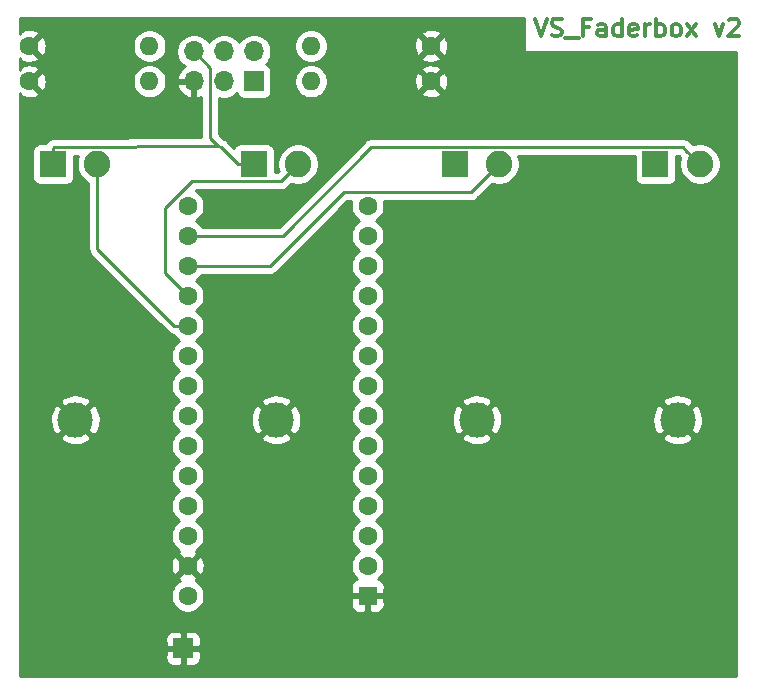
<source format=gtl>
G04 #@! TF.GenerationSoftware,KiCad,Pcbnew,(5.1.5)-3*
G04 #@! TF.CreationDate,2021-02-08T23:57:45+00:00*
G04 #@! TF.ProjectId,faderbox,66616465-7262-46f7-982e-6b696361645f,rev?*
G04 #@! TF.SameCoordinates,Original*
G04 #@! TF.FileFunction,Copper,L1,Top*
G04 #@! TF.FilePolarity,Positive*
%FSLAX46Y46*%
G04 Gerber Fmt 4.6, Leading zero omitted, Abs format (unit mm)*
G04 Created by KiCad (PCBNEW (5.1.5)-3) date 2021-02-08 23:57:45*
%MOMM*%
%LPD*%
G04 APERTURE LIST*
%ADD10C,0.300000*%
%ADD11C,1.600000*%
%ADD12O,1.600000X1.600000*%
%ADD13C,3.000000*%
%ADD14C,2.250000*%
%ADD15R,2.250000X2.250000*%
%ADD16R,1.600000X1.600000*%
%ADD17R,1.700000X1.700000*%
%ADD18O,1.700000X1.700000*%
%ADD19C,0.250000*%
%ADD20C,0.254000*%
G04 APERTURE END LIST*
D10*
X98785714Y-26678571D02*
X99285714Y-28178571D01*
X99785714Y-26678571D01*
X100214285Y-28107142D02*
X100428571Y-28178571D01*
X100785714Y-28178571D01*
X100928571Y-28107142D01*
X100999999Y-28035714D01*
X101071428Y-27892857D01*
X101071428Y-27750000D01*
X100999999Y-27607142D01*
X100928571Y-27535714D01*
X100785714Y-27464285D01*
X100499999Y-27392857D01*
X100357142Y-27321428D01*
X100285714Y-27250000D01*
X100214285Y-27107142D01*
X100214285Y-26964285D01*
X100285714Y-26821428D01*
X100357142Y-26750000D01*
X100499999Y-26678571D01*
X100857142Y-26678571D01*
X101071428Y-26750000D01*
X101357142Y-28321428D02*
X102499999Y-28321428D01*
X103357142Y-27392857D02*
X102857142Y-27392857D01*
X102857142Y-28178571D02*
X102857142Y-26678571D01*
X103571428Y-26678571D01*
X104785714Y-28178571D02*
X104785714Y-27392857D01*
X104714285Y-27250000D01*
X104571428Y-27178571D01*
X104285714Y-27178571D01*
X104142857Y-27250000D01*
X104785714Y-28107142D02*
X104642857Y-28178571D01*
X104285714Y-28178571D01*
X104142857Y-28107142D01*
X104071428Y-27964285D01*
X104071428Y-27821428D01*
X104142857Y-27678571D01*
X104285714Y-27607142D01*
X104642857Y-27607142D01*
X104785714Y-27535714D01*
X106142857Y-28178571D02*
X106142857Y-26678571D01*
X106142857Y-28107142D02*
X105999999Y-28178571D01*
X105714285Y-28178571D01*
X105571428Y-28107142D01*
X105499999Y-28035714D01*
X105428571Y-27892857D01*
X105428571Y-27464285D01*
X105499999Y-27321428D01*
X105571428Y-27250000D01*
X105714285Y-27178571D01*
X105999999Y-27178571D01*
X106142857Y-27250000D01*
X107428571Y-28107142D02*
X107285714Y-28178571D01*
X106999999Y-28178571D01*
X106857142Y-28107142D01*
X106785714Y-27964285D01*
X106785714Y-27392857D01*
X106857142Y-27250000D01*
X106999999Y-27178571D01*
X107285714Y-27178571D01*
X107428571Y-27250000D01*
X107500000Y-27392857D01*
X107500000Y-27535714D01*
X106785714Y-27678571D01*
X108142857Y-28178571D02*
X108142857Y-27178571D01*
X108142857Y-27464285D02*
X108214285Y-27321428D01*
X108285714Y-27250000D01*
X108428571Y-27178571D01*
X108571428Y-27178571D01*
X109071428Y-28178571D02*
X109071428Y-26678571D01*
X109071428Y-27250000D02*
X109214285Y-27178571D01*
X109500000Y-27178571D01*
X109642857Y-27250000D01*
X109714285Y-27321428D01*
X109785714Y-27464285D01*
X109785714Y-27892857D01*
X109714285Y-28035714D01*
X109642857Y-28107142D01*
X109500000Y-28178571D01*
X109214285Y-28178571D01*
X109071428Y-28107142D01*
X110642857Y-28178571D02*
X110500000Y-28107142D01*
X110428571Y-28035714D01*
X110357142Y-27892857D01*
X110357142Y-27464285D01*
X110428571Y-27321428D01*
X110500000Y-27250000D01*
X110642857Y-27178571D01*
X110857142Y-27178571D01*
X111000000Y-27250000D01*
X111071428Y-27321428D01*
X111142857Y-27464285D01*
X111142857Y-27892857D01*
X111071428Y-28035714D01*
X111000000Y-28107142D01*
X110857142Y-28178571D01*
X110642857Y-28178571D01*
X111642857Y-28178571D02*
X112428571Y-27178571D01*
X111642857Y-27178571D02*
X112428571Y-28178571D01*
X113999999Y-27178571D02*
X114357142Y-28178571D01*
X114714285Y-27178571D01*
X115214285Y-26821428D02*
X115285714Y-26750000D01*
X115428571Y-26678571D01*
X115785714Y-26678571D01*
X115928571Y-26750000D01*
X115999999Y-26821428D01*
X116071428Y-26964285D01*
X116071428Y-27107142D01*
X115999999Y-27321428D01*
X115142857Y-28178571D01*
X116071428Y-28178571D01*
D11*
X56000000Y-29000000D03*
D12*
X66160000Y-29000000D03*
D13*
X59875000Y-60650000D03*
D14*
X61750000Y-39000000D03*
D15*
X58000000Y-39000000D03*
D13*
X110875000Y-60650000D03*
D14*
X112750000Y-39000000D03*
D15*
X109000000Y-39000000D03*
D13*
X93875000Y-60650000D03*
D14*
X95750000Y-39000000D03*
D15*
X92000000Y-39000000D03*
D13*
X76875000Y-60650000D03*
D14*
X78750000Y-39000000D03*
D15*
X75000000Y-39000000D03*
D16*
X84620000Y-75540000D03*
D11*
X84620000Y-73000000D03*
X84620000Y-70460000D03*
X84620000Y-67920000D03*
X84620000Y-65380000D03*
X84620000Y-62840000D03*
X84620000Y-60300000D03*
X84620000Y-57760000D03*
X84620000Y-55220000D03*
X84620000Y-52680000D03*
X84620000Y-50140000D03*
X84620000Y-47600000D03*
X84620000Y-45060000D03*
X69380000Y-75540000D03*
X69380000Y-73000000D03*
X69380000Y-70460000D03*
X69380000Y-67920000D03*
X69380000Y-65380000D03*
X69380000Y-62840000D03*
X69380000Y-60300000D03*
X69380000Y-57760000D03*
X69380000Y-55220000D03*
X69380000Y-52680000D03*
X69380000Y-50140000D03*
X69380000Y-47600000D03*
X69380000Y-45060000D03*
X84620000Y-42520000D03*
X69380000Y-42520000D03*
D17*
X69000000Y-80000000D03*
X75000000Y-32000000D03*
D18*
X75000000Y-29460000D03*
X72460000Y-32000000D03*
X72460000Y-29460000D03*
X69920000Y-32000000D03*
X69920000Y-29460000D03*
D12*
X79840000Y-32000000D03*
D11*
X90000000Y-32000000D03*
X90000000Y-29000000D03*
D12*
X79840000Y-29000000D03*
X66160000Y-32000000D03*
D11*
X56000000Y-32000000D03*
D19*
X58000000Y-37625000D02*
X58000000Y-39000000D01*
X58075001Y-37549999D02*
X58000000Y-37625000D01*
X73625000Y-39000000D02*
X72174999Y-37549999D01*
X75000000Y-39000000D02*
X73625000Y-39000000D01*
X71284999Y-36784999D02*
X72000000Y-37500000D01*
X71284999Y-30824999D02*
X71284999Y-36784999D01*
X69920000Y-29460000D02*
X71284999Y-30824999D01*
X72174999Y-37549999D02*
X72000000Y-37500000D01*
X72000000Y-37500000D02*
X58075001Y-37549999D01*
X69380000Y-45060000D02*
X77440000Y-45060000D01*
X111625001Y-37875001D02*
X112750000Y-39000000D01*
X111299999Y-37549999D02*
X111625001Y-37875001D01*
X84950001Y-37549999D02*
X111299999Y-37549999D01*
X77440000Y-45060000D02*
X84950001Y-37549999D01*
X69380000Y-47600000D02*
X76400000Y-47600000D01*
X93355001Y-41394999D02*
X94625001Y-40124999D01*
X94625001Y-40124999D02*
X95750000Y-39000000D01*
X82605001Y-41394999D02*
X93355001Y-41394999D01*
X76400000Y-47600000D02*
X82605001Y-41394999D01*
X69380000Y-50140000D02*
X67500000Y-48260000D01*
X77299999Y-40450001D02*
X77625001Y-40124999D01*
X77625001Y-40124999D02*
X78750000Y-39000000D01*
X69784997Y-40450001D02*
X77299999Y-40450001D01*
X67500000Y-42734998D02*
X69784997Y-40450001D01*
X67500000Y-48260000D02*
X67500000Y-42734998D01*
X61750000Y-40590990D02*
X61750000Y-39000000D01*
X61750000Y-46181370D02*
X61750000Y-40590990D01*
X68248630Y-52680000D02*
X61750000Y-46181370D01*
X69380000Y-52680000D02*
X68248630Y-52680000D01*
D20*
G36*
X97857857Y-29530000D02*
G01*
X115840001Y-29530000D01*
X115840000Y-82340000D01*
X55160000Y-82340000D01*
X55160000Y-80850000D01*
X67511928Y-80850000D01*
X67524188Y-80974482D01*
X67560498Y-81094180D01*
X67619463Y-81204494D01*
X67698815Y-81301185D01*
X67795506Y-81380537D01*
X67905820Y-81439502D01*
X68025518Y-81475812D01*
X68150000Y-81488072D01*
X68714250Y-81485000D01*
X68873000Y-81326250D01*
X68873000Y-80127000D01*
X69127000Y-80127000D01*
X69127000Y-81326250D01*
X69285750Y-81485000D01*
X69850000Y-81488072D01*
X69974482Y-81475812D01*
X70094180Y-81439502D01*
X70204494Y-81380537D01*
X70301185Y-81301185D01*
X70380537Y-81204494D01*
X70439502Y-81094180D01*
X70475812Y-80974482D01*
X70488072Y-80850000D01*
X70485000Y-80285750D01*
X70326250Y-80127000D01*
X69127000Y-80127000D01*
X68873000Y-80127000D01*
X67673750Y-80127000D01*
X67515000Y-80285750D01*
X67511928Y-80850000D01*
X55160000Y-80850000D01*
X55160000Y-79150000D01*
X67511928Y-79150000D01*
X67515000Y-79714250D01*
X67673750Y-79873000D01*
X68873000Y-79873000D01*
X68873000Y-78673750D01*
X69127000Y-78673750D01*
X69127000Y-79873000D01*
X70326250Y-79873000D01*
X70485000Y-79714250D01*
X70488072Y-79150000D01*
X70475812Y-79025518D01*
X70439502Y-78905820D01*
X70380537Y-78795506D01*
X70301185Y-78698815D01*
X70204494Y-78619463D01*
X70094180Y-78560498D01*
X69974482Y-78524188D01*
X69850000Y-78511928D01*
X69285750Y-78515000D01*
X69127000Y-78673750D01*
X68873000Y-78673750D01*
X68714250Y-78515000D01*
X68150000Y-78511928D01*
X68025518Y-78524188D01*
X67905820Y-78560498D01*
X67795506Y-78619463D01*
X67698815Y-78698815D01*
X67619463Y-78795506D01*
X67560498Y-78905820D01*
X67524188Y-79025518D01*
X67511928Y-79150000D01*
X55160000Y-79150000D01*
X55160000Y-75398665D01*
X67945000Y-75398665D01*
X67945000Y-75681335D01*
X68000147Y-75958574D01*
X68108320Y-76219727D01*
X68265363Y-76454759D01*
X68465241Y-76654637D01*
X68700273Y-76811680D01*
X68961426Y-76919853D01*
X69238665Y-76975000D01*
X69521335Y-76975000D01*
X69798574Y-76919853D01*
X70059727Y-76811680D01*
X70294759Y-76654637D01*
X70494637Y-76454759D01*
X70571316Y-76340000D01*
X83181928Y-76340000D01*
X83194188Y-76464482D01*
X83230498Y-76584180D01*
X83289463Y-76694494D01*
X83368815Y-76791185D01*
X83465506Y-76870537D01*
X83575820Y-76929502D01*
X83695518Y-76965812D01*
X83820000Y-76978072D01*
X84334250Y-76975000D01*
X84493000Y-76816250D01*
X84493000Y-75667000D01*
X84747000Y-75667000D01*
X84747000Y-76816250D01*
X84905750Y-76975000D01*
X85420000Y-76978072D01*
X85544482Y-76965812D01*
X85664180Y-76929502D01*
X85774494Y-76870537D01*
X85871185Y-76791185D01*
X85950537Y-76694494D01*
X86009502Y-76584180D01*
X86045812Y-76464482D01*
X86058072Y-76340000D01*
X86055000Y-75825750D01*
X85896250Y-75667000D01*
X84747000Y-75667000D01*
X84493000Y-75667000D01*
X83343750Y-75667000D01*
X83185000Y-75825750D01*
X83181928Y-76340000D01*
X70571316Y-76340000D01*
X70651680Y-76219727D01*
X70759853Y-75958574D01*
X70815000Y-75681335D01*
X70815000Y-75398665D01*
X70759853Y-75121426D01*
X70651680Y-74860273D01*
X70494637Y-74625241D01*
X70294759Y-74425363D01*
X70060872Y-74269085D01*
X70121514Y-74236671D01*
X70193097Y-73992702D01*
X69380000Y-73179605D01*
X68566903Y-73992702D01*
X68638486Y-74236671D01*
X68702992Y-74267194D01*
X68700273Y-74268320D01*
X68465241Y-74425363D01*
X68265363Y-74625241D01*
X68108320Y-74860273D01*
X68000147Y-75121426D01*
X67945000Y-75398665D01*
X55160000Y-75398665D01*
X55160000Y-73070512D01*
X67939783Y-73070512D01*
X67981213Y-73350130D01*
X68076397Y-73616292D01*
X68143329Y-73741514D01*
X68387298Y-73813097D01*
X69200395Y-73000000D01*
X69559605Y-73000000D01*
X70372702Y-73813097D01*
X70616671Y-73741514D01*
X70737571Y-73486004D01*
X70806300Y-73211816D01*
X70820217Y-72929488D01*
X70778787Y-72649870D01*
X70683603Y-72383708D01*
X70616671Y-72258486D01*
X70372702Y-72186903D01*
X69559605Y-73000000D01*
X69200395Y-73000000D01*
X68387298Y-72186903D01*
X68143329Y-72258486D01*
X68022429Y-72513996D01*
X67953700Y-72788184D01*
X67939783Y-73070512D01*
X55160000Y-73070512D01*
X55160000Y-62141653D01*
X58562952Y-62141653D01*
X58718962Y-62457214D01*
X59093745Y-62648020D01*
X59498551Y-62762044D01*
X59917824Y-62794902D01*
X60335451Y-62745334D01*
X60735383Y-62615243D01*
X61031038Y-62457214D01*
X61187048Y-62141653D01*
X59875000Y-60829605D01*
X58562952Y-62141653D01*
X55160000Y-62141653D01*
X55160000Y-60692824D01*
X57730098Y-60692824D01*
X57779666Y-61110451D01*
X57909757Y-61510383D01*
X58067786Y-61806038D01*
X58383347Y-61962048D01*
X59695395Y-60650000D01*
X60054605Y-60650000D01*
X61366653Y-61962048D01*
X61682214Y-61806038D01*
X61873020Y-61431255D01*
X61987044Y-61026449D01*
X62019902Y-60607176D01*
X61970334Y-60189549D01*
X61840243Y-59789617D01*
X61682214Y-59493962D01*
X61366653Y-59337952D01*
X60054605Y-60650000D01*
X59695395Y-60650000D01*
X58383347Y-59337952D01*
X58067786Y-59493962D01*
X57876980Y-59868745D01*
X57762956Y-60273551D01*
X57730098Y-60692824D01*
X55160000Y-60692824D01*
X55160000Y-59158347D01*
X58562952Y-59158347D01*
X59875000Y-60470395D01*
X61187048Y-59158347D01*
X61031038Y-58842786D01*
X60656255Y-58651980D01*
X60251449Y-58537956D01*
X59832176Y-58505098D01*
X59414549Y-58554666D01*
X59014617Y-58684757D01*
X58718962Y-58842786D01*
X58562952Y-59158347D01*
X55160000Y-59158347D01*
X55160000Y-37875000D01*
X56236928Y-37875000D01*
X56236928Y-40125000D01*
X56249188Y-40249482D01*
X56285498Y-40369180D01*
X56344463Y-40479494D01*
X56423815Y-40576185D01*
X56520506Y-40655537D01*
X56630820Y-40714502D01*
X56750518Y-40750812D01*
X56875000Y-40763072D01*
X59125000Y-40763072D01*
X59249482Y-40750812D01*
X59369180Y-40714502D01*
X59479494Y-40655537D01*
X59576185Y-40576185D01*
X59655537Y-40479494D01*
X59714502Y-40369180D01*
X59750812Y-40249482D01*
X59763072Y-40125000D01*
X59763072Y-38303943D01*
X60133857Y-38302611D01*
X60057636Y-38486627D01*
X59990000Y-38826655D01*
X59990000Y-39173345D01*
X60057636Y-39513373D01*
X60190308Y-39833673D01*
X60382919Y-40121935D01*
X60628065Y-40367081D01*
X60916327Y-40559692D01*
X60990000Y-40590208D01*
X60990000Y-40628322D01*
X60990001Y-40628332D01*
X60990000Y-46144047D01*
X60986324Y-46181370D01*
X60990000Y-46218692D01*
X60990000Y-46218702D01*
X61000997Y-46330355D01*
X61044454Y-46473616D01*
X61115026Y-46605646D01*
X61154871Y-46654196D01*
X61209999Y-46721371D01*
X61239003Y-46745174D01*
X67684831Y-53191003D01*
X67708629Y-53220001D01*
X67824354Y-53314974D01*
X67956383Y-53385546D01*
X68099644Y-53429003D01*
X68158481Y-53434798D01*
X68265363Y-53594759D01*
X68465241Y-53794637D01*
X68697759Y-53950000D01*
X68465241Y-54105363D01*
X68265363Y-54305241D01*
X68108320Y-54540273D01*
X68000147Y-54801426D01*
X67945000Y-55078665D01*
X67945000Y-55361335D01*
X68000147Y-55638574D01*
X68108320Y-55899727D01*
X68265363Y-56134759D01*
X68465241Y-56334637D01*
X68697759Y-56490000D01*
X68465241Y-56645363D01*
X68265363Y-56845241D01*
X68108320Y-57080273D01*
X68000147Y-57341426D01*
X67945000Y-57618665D01*
X67945000Y-57901335D01*
X68000147Y-58178574D01*
X68108320Y-58439727D01*
X68265363Y-58674759D01*
X68465241Y-58874637D01*
X68697759Y-59030000D01*
X68465241Y-59185363D01*
X68265363Y-59385241D01*
X68108320Y-59620273D01*
X68000147Y-59881426D01*
X67945000Y-60158665D01*
X67945000Y-60441335D01*
X68000147Y-60718574D01*
X68108320Y-60979727D01*
X68265363Y-61214759D01*
X68465241Y-61414637D01*
X68697759Y-61570000D01*
X68465241Y-61725363D01*
X68265363Y-61925241D01*
X68108320Y-62160273D01*
X68000147Y-62421426D01*
X67945000Y-62698665D01*
X67945000Y-62981335D01*
X68000147Y-63258574D01*
X68108320Y-63519727D01*
X68265363Y-63754759D01*
X68465241Y-63954637D01*
X68697759Y-64110000D01*
X68465241Y-64265363D01*
X68265363Y-64465241D01*
X68108320Y-64700273D01*
X68000147Y-64961426D01*
X67945000Y-65238665D01*
X67945000Y-65521335D01*
X68000147Y-65798574D01*
X68108320Y-66059727D01*
X68265363Y-66294759D01*
X68465241Y-66494637D01*
X68697759Y-66650000D01*
X68465241Y-66805363D01*
X68265363Y-67005241D01*
X68108320Y-67240273D01*
X68000147Y-67501426D01*
X67945000Y-67778665D01*
X67945000Y-68061335D01*
X68000147Y-68338574D01*
X68108320Y-68599727D01*
X68265363Y-68834759D01*
X68465241Y-69034637D01*
X68697759Y-69190000D01*
X68465241Y-69345363D01*
X68265363Y-69545241D01*
X68108320Y-69780273D01*
X68000147Y-70041426D01*
X67945000Y-70318665D01*
X67945000Y-70601335D01*
X68000147Y-70878574D01*
X68108320Y-71139727D01*
X68265363Y-71374759D01*
X68465241Y-71574637D01*
X68699128Y-71730915D01*
X68638486Y-71763329D01*
X68566903Y-72007298D01*
X69380000Y-72820395D01*
X70193097Y-72007298D01*
X70121514Y-71763329D01*
X70057008Y-71732806D01*
X70059727Y-71731680D01*
X70294759Y-71574637D01*
X70494637Y-71374759D01*
X70651680Y-71139727D01*
X70759853Y-70878574D01*
X70815000Y-70601335D01*
X70815000Y-70318665D01*
X70759853Y-70041426D01*
X70651680Y-69780273D01*
X70494637Y-69545241D01*
X70294759Y-69345363D01*
X70062241Y-69190000D01*
X70294759Y-69034637D01*
X70494637Y-68834759D01*
X70651680Y-68599727D01*
X70759853Y-68338574D01*
X70815000Y-68061335D01*
X70815000Y-67778665D01*
X70759853Y-67501426D01*
X70651680Y-67240273D01*
X70494637Y-67005241D01*
X70294759Y-66805363D01*
X70062241Y-66650000D01*
X70294759Y-66494637D01*
X70494637Y-66294759D01*
X70651680Y-66059727D01*
X70759853Y-65798574D01*
X70815000Y-65521335D01*
X70815000Y-65238665D01*
X70759853Y-64961426D01*
X70651680Y-64700273D01*
X70494637Y-64465241D01*
X70294759Y-64265363D01*
X70062241Y-64110000D01*
X70294759Y-63954637D01*
X70494637Y-63754759D01*
X70651680Y-63519727D01*
X70759853Y-63258574D01*
X70815000Y-62981335D01*
X70815000Y-62698665D01*
X70759853Y-62421426D01*
X70651680Y-62160273D01*
X70639239Y-62141653D01*
X75562952Y-62141653D01*
X75718962Y-62457214D01*
X76093745Y-62648020D01*
X76498551Y-62762044D01*
X76917824Y-62794902D01*
X77335451Y-62745334D01*
X77735383Y-62615243D01*
X78031038Y-62457214D01*
X78187048Y-62141653D01*
X76875000Y-60829605D01*
X75562952Y-62141653D01*
X70639239Y-62141653D01*
X70494637Y-61925241D01*
X70294759Y-61725363D01*
X70062241Y-61570000D01*
X70294759Y-61414637D01*
X70494637Y-61214759D01*
X70651680Y-60979727D01*
X70759853Y-60718574D01*
X70764975Y-60692824D01*
X74730098Y-60692824D01*
X74779666Y-61110451D01*
X74909757Y-61510383D01*
X75067786Y-61806038D01*
X75383347Y-61962048D01*
X76695395Y-60650000D01*
X77054605Y-60650000D01*
X78366653Y-61962048D01*
X78682214Y-61806038D01*
X78873020Y-61431255D01*
X78987044Y-61026449D01*
X79019902Y-60607176D01*
X78970334Y-60189549D01*
X78840243Y-59789617D01*
X78682214Y-59493962D01*
X78366653Y-59337952D01*
X77054605Y-60650000D01*
X76695395Y-60650000D01*
X75383347Y-59337952D01*
X75067786Y-59493962D01*
X74876980Y-59868745D01*
X74762956Y-60273551D01*
X74730098Y-60692824D01*
X70764975Y-60692824D01*
X70815000Y-60441335D01*
X70815000Y-60158665D01*
X70759853Y-59881426D01*
X70651680Y-59620273D01*
X70494637Y-59385241D01*
X70294759Y-59185363D01*
X70254327Y-59158347D01*
X75562952Y-59158347D01*
X76875000Y-60470395D01*
X78187048Y-59158347D01*
X78031038Y-58842786D01*
X77656255Y-58651980D01*
X77251449Y-58537956D01*
X76832176Y-58505098D01*
X76414549Y-58554666D01*
X76014617Y-58684757D01*
X75718962Y-58842786D01*
X75562952Y-59158347D01*
X70254327Y-59158347D01*
X70062241Y-59030000D01*
X70294759Y-58874637D01*
X70494637Y-58674759D01*
X70651680Y-58439727D01*
X70759853Y-58178574D01*
X70815000Y-57901335D01*
X70815000Y-57618665D01*
X70759853Y-57341426D01*
X70651680Y-57080273D01*
X70494637Y-56845241D01*
X70294759Y-56645363D01*
X70062241Y-56490000D01*
X70294759Y-56334637D01*
X70494637Y-56134759D01*
X70651680Y-55899727D01*
X70759853Y-55638574D01*
X70815000Y-55361335D01*
X70815000Y-55078665D01*
X70759853Y-54801426D01*
X70651680Y-54540273D01*
X70494637Y-54305241D01*
X70294759Y-54105363D01*
X70062241Y-53950000D01*
X70294759Y-53794637D01*
X70494637Y-53594759D01*
X70651680Y-53359727D01*
X70759853Y-53098574D01*
X70815000Y-52821335D01*
X70815000Y-52538665D01*
X70759853Y-52261426D01*
X70651680Y-52000273D01*
X70494637Y-51765241D01*
X70294759Y-51565363D01*
X70062241Y-51410000D01*
X70294759Y-51254637D01*
X70494637Y-51054759D01*
X70651680Y-50819727D01*
X70759853Y-50558574D01*
X70815000Y-50281335D01*
X70815000Y-49998665D01*
X70759853Y-49721426D01*
X70651680Y-49460273D01*
X70494637Y-49225241D01*
X70294759Y-49025363D01*
X70062241Y-48870000D01*
X70294759Y-48714637D01*
X70494637Y-48514759D01*
X70598043Y-48360000D01*
X76362678Y-48360000D01*
X76400000Y-48363676D01*
X76437322Y-48360000D01*
X76437333Y-48360000D01*
X76548986Y-48349003D01*
X76692247Y-48305546D01*
X76824276Y-48234974D01*
X76940001Y-48140001D01*
X76963804Y-48110997D01*
X82919803Y-42154999D01*
X83229491Y-42154999D01*
X83185000Y-42378665D01*
X83185000Y-42661335D01*
X83240147Y-42938574D01*
X83348320Y-43199727D01*
X83505363Y-43434759D01*
X83705241Y-43634637D01*
X83937759Y-43790000D01*
X83705241Y-43945363D01*
X83505363Y-44145241D01*
X83348320Y-44380273D01*
X83240147Y-44641426D01*
X83185000Y-44918665D01*
X83185000Y-45201335D01*
X83240147Y-45478574D01*
X83348320Y-45739727D01*
X83505363Y-45974759D01*
X83705241Y-46174637D01*
X83937759Y-46330000D01*
X83705241Y-46485363D01*
X83505363Y-46685241D01*
X83348320Y-46920273D01*
X83240147Y-47181426D01*
X83185000Y-47458665D01*
X83185000Y-47741335D01*
X83240147Y-48018574D01*
X83348320Y-48279727D01*
X83505363Y-48514759D01*
X83705241Y-48714637D01*
X83937759Y-48870000D01*
X83705241Y-49025363D01*
X83505363Y-49225241D01*
X83348320Y-49460273D01*
X83240147Y-49721426D01*
X83185000Y-49998665D01*
X83185000Y-50281335D01*
X83240147Y-50558574D01*
X83348320Y-50819727D01*
X83505363Y-51054759D01*
X83705241Y-51254637D01*
X83937759Y-51410000D01*
X83705241Y-51565363D01*
X83505363Y-51765241D01*
X83348320Y-52000273D01*
X83240147Y-52261426D01*
X83185000Y-52538665D01*
X83185000Y-52821335D01*
X83240147Y-53098574D01*
X83348320Y-53359727D01*
X83505363Y-53594759D01*
X83705241Y-53794637D01*
X83937759Y-53950000D01*
X83705241Y-54105363D01*
X83505363Y-54305241D01*
X83348320Y-54540273D01*
X83240147Y-54801426D01*
X83185000Y-55078665D01*
X83185000Y-55361335D01*
X83240147Y-55638574D01*
X83348320Y-55899727D01*
X83505363Y-56134759D01*
X83705241Y-56334637D01*
X83937759Y-56490000D01*
X83705241Y-56645363D01*
X83505363Y-56845241D01*
X83348320Y-57080273D01*
X83240147Y-57341426D01*
X83185000Y-57618665D01*
X83185000Y-57901335D01*
X83240147Y-58178574D01*
X83348320Y-58439727D01*
X83505363Y-58674759D01*
X83705241Y-58874637D01*
X83937759Y-59030000D01*
X83705241Y-59185363D01*
X83505363Y-59385241D01*
X83348320Y-59620273D01*
X83240147Y-59881426D01*
X83185000Y-60158665D01*
X83185000Y-60441335D01*
X83240147Y-60718574D01*
X83348320Y-60979727D01*
X83505363Y-61214759D01*
X83705241Y-61414637D01*
X83937759Y-61570000D01*
X83705241Y-61725363D01*
X83505363Y-61925241D01*
X83348320Y-62160273D01*
X83240147Y-62421426D01*
X83185000Y-62698665D01*
X83185000Y-62981335D01*
X83240147Y-63258574D01*
X83348320Y-63519727D01*
X83505363Y-63754759D01*
X83705241Y-63954637D01*
X83937759Y-64110000D01*
X83705241Y-64265363D01*
X83505363Y-64465241D01*
X83348320Y-64700273D01*
X83240147Y-64961426D01*
X83185000Y-65238665D01*
X83185000Y-65521335D01*
X83240147Y-65798574D01*
X83348320Y-66059727D01*
X83505363Y-66294759D01*
X83705241Y-66494637D01*
X83937759Y-66650000D01*
X83705241Y-66805363D01*
X83505363Y-67005241D01*
X83348320Y-67240273D01*
X83240147Y-67501426D01*
X83185000Y-67778665D01*
X83185000Y-68061335D01*
X83240147Y-68338574D01*
X83348320Y-68599727D01*
X83505363Y-68834759D01*
X83705241Y-69034637D01*
X83937759Y-69190000D01*
X83705241Y-69345363D01*
X83505363Y-69545241D01*
X83348320Y-69780273D01*
X83240147Y-70041426D01*
X83185000Y-70318665D01*
X83185000Y-70601335D01*
X83240147Y-70878574D01*
X83348320Y-71139727D01*
X83505363Y-71374759D01*
X83705241Y-71574637D01*
X83937759Y-71730000D01*
X83705241Y-71885363D01*
X83505363Y-72085241D01*
X83348320Y-72320273D01*
X83240147Y-72581426D01*
X83185000Y-72858665D01*
X83185000Y-73141335D01*
X83240147Y-73418574D01*
X83348320Y-73679727D01*
X83505363Y-73914759D01*
X83703961Y-74113357D01*
X83695518Y-74114188D01*
X83575820Y-74150498D01*
X83465506Y-74209463D01*
X83368815Y-74288815D01*
X83289463Y-74385506D01*
X83230498Y-74495820D01*
X83194188Y-74615518D01*
X83181928Y-74740000D01*
X83185000Y-75254250D01*
X83343750Y-75413000D01*
X84493000Y-75413000D01*
X84493000Y-75393000D01*
X84747000Y-75393000D01*
X84747000Y-75413000D01*
X85896250Y-75413000D01*
X86055000Y-75254250D01*
X86058072Y-74740000D01*
X86045812Y-74615518D01*
X86009502Y-74495820D01*
X85950537Y-74385506D01*
X85871185Y-74288815D01*
X85774494Y-74209463D01*
X85664180Y-74150498D01*
X85544482Y-74114188D01*
X85536039Y-74113357D01*
X85734637Y-73914759D01*
X85891680Y-73679727D01*
X85999853Y-73418574D01*
X86055000Y-73141335D01*
X86055000Y-72858665D01*
X85999853Y-72581426D01*
X85891680Y-72320273D01*
X85734637Y-72085241D01*
X85534759Y-71885363D01*
X85302241Y-71730000D01*
X85534759Y-71574637D01*
X85734637Y-71374759D01*
X85891680Y-71139727D01*
X85999853Y-70878574D01*
X86055000Y-70601335D01*
X86055000Y-70318665D01*
X85999853Y-70041426D01*
X85891680Y-69780273D01*
X85734637Y-69545241D01*
X85534759Y-69345363D01*
X85302241Y-69190000D01*
X85534759Y-69034637D01*
X85734637Y-68834759D01*
X85891680Y-68599727D01*
X85999853Y-68338574D01*
X86055000Y-68061335D01*
X86055000Y-67778665D01*
X85999853Y-67501426D01*
X85891680Y-67240273D01*
X85734637Y-67005241D01*
X85534759Y-66805363D01*
X85302241Y-66650000D01*
X85534759Y-66494637D01*
X85734637Y-66294759D01*
X85891680Y-66059727D01*
X85999853Y-65798574D01*
X86055000Y-65521335D01*
X86055000Y-65238665D01*
X85999853Y-64961426D01*
X85891680Y-64700273D01*
X85734637Y-64465241D01*
X85534759Y-64265363D01*
X85302241Y-64110000D01*
X85534759Y-63954637D01*
X85734637Y-63754759D01*
X85891680Y-63519727D01*
X85999853Y-63258574D01*
X86055000Y-62981335D01*
X86055000Y-62698665D01*
X85999853Y-62421426D01*
X85891680Y-62160273D01*
X85879239Y-62141653D01*
X92562952Y-62141653D01*
X92718962Y-62457214D01*
X93093745Y-62648020D01*
X93498551Y-62762044D01*
X93917824Y-62794902D01*
X94335451Y-62745334D01*
X94735383Y-62615243D01*
X95031038Y-62457214D01*
X95187048Y-62141653D01*
X109562952Y-62141653D01*
X109718962Y-62457214D01*
X110093745Y-62648020D01*
X110498551Y-62762044D01*
X110917824Y-62794902D01*
X111335451Y-62745334D01*
X111735383Y-62615243D01*
X112031038Y-62457214D01*
X112187048Y-62141653D01*
X110875000Y-60829605D01*
X109562952Y-62141653D01*
X95187048Y-62141653D01*
X93875000Y-60829605D01*
X92562952Y-62141653D01*
X85879239Y-62141653D01*
X85734637Y-61925241D01*
X85534759Y-61725363D01*
X85302241Y-61570000D01*
X85534759Y-61414637D01*
X85734637Y-61214759D01*
X85891680Y-60979727D01*
X85999853Y-60718574D01*
X86004975Y-60692824D01*
X91730098Y-60692824D01*
X91779666Y-61110451D01*
X91909757Y-61510383D01*
X92067786Y-61806038D01*
X92383347Y-61962048D01*
X93695395Y-60650000D01*
X94054605Y-60650000D01*
X95366653Y-61962048D01*
X95682214Y-61806038D01*
X95873020Y-61431255D01*
X95987044Y-61026449D01*
X96013189Y-60692824D01*
X108730098Y-60692824D01*
X108779666Y-61110451D01*
X108909757Y-61510383D01*
X109067786Y-61806038D01*
X109383347Y-61962048D01*
X110695395Y-60650000D01*
X111054605Y-60650000D01*
X112366653Y-61962048D01*
X112682214Y-61806038D01*
X112873020Y-61431255D01*
X112987044Y-61026449D01*
X113019902Y-60607176D01*
X112970334Y-60189549D01*
X112840243Y-59789617D01*
X112682214Y-59493962D01*
X112366653Y-59337952D01*
X111054605Y-60650000D01*
X110695395Y-60650000D01*
X109383347Y-59337952D01*
X109067786Y-59493962D01*
X108876980Y-59868745D01*
X108762956Y-60273551D01*
X108730098Y-60692824D01*
X96013189Y-60692824D01*
X96019902Y-60607176D01*
X95970334Y-60189549D01*
X95840243Y-59789617D01*
X95682214Y-59493962D01*
X95366653Y-59337952D01*
X94054605Y-60650000D01*
X93695395Y-60650000D01*
X92383347Y-59337952D01*
X92067786Y-59493962D01*
X91876980Y-59868745D01*
X91762956Y-60273551D01*
X91730098Y-60692824D01*
X86004975Y-60692824D01*
X86055000Y-60441335D01*
X86055000Y-60158665D01*
X85999853Y-59881426D01*
X85891680Y-59620273D01*
X85734637Y-59385241D01*
X85534759Y-59185363D01*
X85494327Y-59158347D01*
X92562952Y-59158347D01*
X93875000Y-60470395D01*
X95187048Y-59158347D01*
X109562952Y-59158347D01*
X110875000Y-60470395D01*
X112187048Y-59158347D01*
X112031038Y-58842786D01*
X111656255Y-58651980D01*
X111251449Y-58537956D01*
X110832176Y-58505098D01*
X110414549Y-58554666D01*
X110014617Y-58684757D01*
X109718962Y-58842786D01*
X109562952Y-59158347D01*
X95187048Y-59158347D01*
X95031038Y-58842786D01*
X94656255Y-58651980D01*
X94251449Y-58537956D01*
X93832176Y-58505098D01*
X93414549Y-58554666D01*
X93014617Y-58684757D01*
X92718962Y-58842786D01*
X92562952Y-59158347D01*
X85494327Y-59158347D01*
X85302241Y-59030000D01*
X85534759Y-58874637D01*
X85734637Y-58674759D01*
X85891680Y-58439727D01*
X85999853Y-58178574D01*
X86055000Y-57901335D01*
X86055000Y-57618665D01*
X85999853Y-57341426D01*
X85891680Y-57080273D01*
X85734637Y-56845241D01*
X85534759Y-56645363D01*
X85302241Y-56490000D01*
X85534759Y-56334637D01*
X85734637Y-56134759D01*
X85891680Y-55899727D01*
X85999853Y-55638574D01*
X86055000Y-55361335D01*
X86055000Y-55078665D01*
X85999853Y-54801426D01*
X85891680Y-54540273D01*
X85734637Y-54305241D01*
X85534759Y-54105363D01*
X85302241Y-53950000D01*
X85534759Y-53794637D01*
X85734637Y-53594759D01*
X85891680Y-53359727D01*
X85999853Y-53098574D01*
X86055000Y-52821335D01*
X86055000Y-52538665D01*
X85999853Y-52261426D01*
X85891680Y-52000273D01*
X85734637Y-51765241D01*
X85534759Y-51565363D01*
X85302241Y-51410000D01*
X85534759Y-51254637D01*
X85734637Y-51054759D01*
X85891680Y-50819727D01*
X85999853Y-50558574D01*
X86055000Y-50281335D01*
X86055000Y-49998665D01*
X85999853Y-49721426D01*
X85891680Y-49460273D01*
X85734637Y-49225241D01*
X85534759Y-49025363D01*
X85302241Y-48870000D01*
X85534759Y-48714637D01*
X85734637Y-48514759D01*
X85891680Y-48279727D01*
X85999853Y-48018574D01*
X86055000Y-47741335D01*
X86055000Y-47458665D01*
X85999853Y-47181426D01*
X85891680Y-46920273D01*
X85734637Y-46685241D01*
X85534759Y-46485363D01*
X85302241Y-46330000D01*
X85534759Y-46174637D01*
X85734637Y-45974759D01*
X85891680Y-45739727D01*
X85999853Y-45478574D01*
X86055000Y-45201335D01*
X86055000Y-44918665D01*
X85999853Y-44641426D01*
X85891680Y-44380273D01*
X85734637Y-44145241D01*
X85534759Y-43945363D01*
X85302241Y-43790000D01*
X85534759Y-43634637D01*
X85734637Y-43434759D01*
X85891680Y-43199727D01*
X85999853Y-42938574D01*
X86055000Y-42661335D01*
X86055000Y-42378665D01*
X86010509Y-42154999D01*
X93317679Y-42154999D01*
X93355001Y-42158675D01*
X93392323Y-42154999D01*
X93392334Y-42154999D01*
X93503987Y-42144002D01*
X93647248Y-42100545D01*
X93779277Y-42029973D01*
X93895002Y-41935000D01*
X93918805Y-41905996D01*
X95162954Y-40661848D01*
X95236627Y-40692364D01*
X95576655Y-40760000D01*
X95923345Y-40760000D01*
X96263373Y-40692364D01*
X96583673Y-40559692D01*
X96871935Y-40367081D01*
X97117081Y-40121935D01*
X97309692Y-39833673D01*
X97442364Y-39513373D01*
X97510000Y-39173345D01*
X97510000Y-38826655D01*
X97442364Y-38486627D01*
X97369203Y-38309999D01*
X107236928Y-38309999D01*
X107236928Y-40125000D01*
X107249188Y-40249482D01*
X107285498Y-40369180D01*
X107344463Y-40479494D01*
X107423815Y-40576185D01*
X107520506Y-40655537D01*
X107630820Y-40714502D01*
X107750518Y-40750812D01*
X107875000Y-40763072D01*
X110125000Y-40763072D01*
X110249482Y-40750812D01*
X110369180Y-40714502D01*
X110479494Y-40655537D01*
X110576185Y-40576185D01*
X110655537Y-40479494D01*
X110714502Y-40369180D01*
X110750812Y-40249482D01*
X110763072Y-40125000D01*
X110763072Y-38309999D01*
X110985198Y-38309999D01*
X111088152Y-38412953D01*
X111057636Y-38486627D01*
X110990000Y-38826655D01*
X110990000Y-39173345D01*
X111057636Y-39513373D01*
X111190308Y-39833673D01*
X111382919Y-40121935D01*
X111628065Y-40367081D01*
X111916327Y-40559692D01*
X112236627Y-40692364D01*
X112576655Y-40760000D01*
X112923345Y-40760000D01*
X113263373Y-40692364D01*
X113583673Y-40559692D01*
X113871935Y-40367081D01*
X114117081Y-40121935D01*
X114309692Y-39833673D01*
X114442364Y-39513373D01*
X114510000Y-39173345D01*
X114510000Y-38826655D01*
X114442364Y-38486627D01*
X114309692Y-38166327D01*
X114117081Y-37878065D01*
X113871935Y-37632919D01*
X113583673Y-37440308D01*
X113263373Y-37307636D01*
X112923345Y-37240000D01*
X112576655Y-37240000D01*
X112236627Y-37307636D01*
X112162953Y-37338152D01*
X111863803Y-37039002D01*
X111840000Y-37009998D01*
X111724275Y-36915025D01*
X111592246Y-36844453D01*
X111448985Y-36800996D01*
X111337332Y-36789999D01*
X111337321Y-36789999D01*
X111299999Y-36786323D01*
X111262677Y-36789999D01*
X84987323Y-36789999D01*
X84950000Y-36786323D01*
X84912677Y-36789999D01*
X84912668Y-36789999D01*
X84801015Y-36800996D01*
X84657754Y-36844453D01*
X84525725Y-36915025D01*
X84410000Y-37009998D01*
X84386202Y-37038996D01*
X77125199Y-44300000D01*
X70598043Y-44300000D01*
X70494637Y-44145241D01*
X70294759Y-43945363D01*
X70062241Y-43790000D01*
X70294759Y-43634637D01*
X70494637Y-43434759D01*
X70651680Y-43199727D01*
X70759853Y-42938574D01*
X70815000Y-42661335D01*
X70815000Y-42378665D01*
X70759853Y-42101426D01*
X70651680Y-41840273D01*
X70494637Y-41605241D01*
X70294759Y-41405363D01*
X70060778Y-41249022D01*
X70099799Y-41210001D01*
X77262677Y-41210001D01*
X77299999Y-41213677D01*
X77337321Y-41210001D01*
X77337332Y-41210001D01*
X77448985Y-41199004D01*
X77592246Y-41155547D01*
X77724275Y-41084975D01*
X77840000Y-40990002D01*
X77863803Y-40960998D01*
X78162953Y-40661848D01*
X78236627Y-40692364D01*
X78576655Y-40760000D01*
X78923345Y-40760000D01*
X79263373Y-40692364D01*
X79583673Y-40559692D01*
X79871935Y-40367081D01*
X80117081Y-40121935D01*
X80309692Y-39833673D01*
X80442364Y-39513373D01*
X80510000Y-39173345D01*
X80510000Y-38826655D01*
X80442364Y-38486627D01*
X80309692Y-38166327D01*
X80117081Y-37878065D01*
X79871935Y-37632919D01*
X79583673Y-37440308D01*
X79263373Y-37307636D01*
X78923345Y-37240000D01*
X78576655Y-37240000D01*
X78236627Y-37307636D01*
X77916327Y-37440308D01*
X77628065Y-37632919D01*
X77382919Y-37878065D01*
X77190308Y-38166327D01*
X77057636Y-38486627D01*
X76990000Y-38826655D01*
X76990000Y-39173345D01*
X77057636Y-39513373D01*
X77088152Y-39587047D01*
X76985198Y-39690001D01*
X76763072Y-39690001D01*
X76763072Y-37875000D01*
X76750812Y-37750518D01*
X76714502Y-37630820D01*
X76655537Y-37520506D01*
X76576185Y-37423815D01*
X76479494Y-37344463D01*
X76369180Y-37285498D01*
X76249482Y-37249188D01*
X76125000Y-37236928D01*
X73875000Y-37236928D01*
X73750518Y-37249188D01*
X73630820Y-37285498D01*
X73520506Y-37344463D01*
X73423815Y-37423815D01*
X73344463Y-37520506D01*
X73301216Y-37601414D01*
X72760928Y-37061127D01*
X72757389Y-37056012D01*
X72708025Y-37008224D01*
X72686001Y-36986200D01*
X72681230Y-36982285D01*
X72649828Y-36951885D01*
X72623493Y-36934900D01*
X72599275Y-36915025D01*
X72560733Y-36894424D01*
X72524017Y-36870744D01*
X72494887Y-36859228D01*
X72467245Y-36844453D01*
X72425423Y-36831767D01*
X72419681Y-36829497D01*
X72398146Y-36823344D01*
X72044999Y-36470198D01*
X72044999Y-33431544D01*
X72313740Y-33485000D01*
X72606260Y-33485000D01*
X72893158Y-33427932D01*
X73163411Y-33315990D01*
X73406632Y-33153475D01*
X73538487Y-33021620D01*
X73560498Y-33094180D01*
X73619463Y-33204494D01*
X73698815Y-33301185D01*
X73795506Y-33380537D01*
X73905820Y-33439502D01*
X74025518Y-33475812D01*
X74150000Y-33488072D01*
X75850000Y-33488072D01*
X75974482Y-33475812D01*
X76094180Y-33439502D01*
X76204494Y-33380537D01*
X76301185Y-33301185D01*
X76380537Y-33204494D01*
X76439502Y-33094180D01*
X76475812Y-32974482D01*
X76488072Y-32850000D01*
X76488072Y-31858665D01*
X78405000Y-31858665D01*
X78405000Y-32141335D01*
X78460147Y-32418574D01*
X78568320Y-32679727D01*
X78725363Y-32914759D01*
X78925241Y-33114637D01*
X79160273Y-33271680D01*
X79421426Y-33379853D01*
X79698665Y-33435000D01*
X79981335Y-33435000D01*
X80258574Y-33379853D01*
X80519727Y-33271680D01*
X80754759Y-33114637D01*
X80876694Y-32992702D01*
X89186903Y-32992702D01*
X89258486Y-33236671D01*
X89513996Y-33357571D01*
X89788184Y-33426300D01*
X90070512Y-33440217D01*
X90350130Y-33398787D01*
X90616292Y-33303603D01*
X90741514Y-33236671D01*
X90813097Y-32992702D01*
X90000000Y-32179605D01*
X89186903Y-32992702D01*
X80876694Y-32992702D01*
X80954637Y-32914759D01*
X81111680Y-32679727D01*
X81219853Y-32418574D01*
X81275000Y-32141335D01*
X81275000Y-32070512D01*
X88559783Y-32070512D01*
X88601213Y-32350130D01*
X88696397Y-32616292D01*
X88763329Y-32741514D01*
X89007298Y-32813097D01*
X89820395Y-32000000D01*
X90179605Y-32000000D01*
X90992702Y-32813097D01*
X91236671Y-32741514D01*
X91357571Y-32486004D01*
X91426300Y-32211816D01*
X91440217Y-31929488D01*
X91398787Y-31649870D01*
X91303603Y-31383708D01*
X91236671Y-31258486D01*
X90992702Y-31186903D01*
X90179605Y-32000000D01*
X89820395Y-32000000D01*
X89007298Y-31186903D01*
X88763329Y-31258486D01*
X88642429Y-31513996D01*
X88573700Y-31788184D01*
X88559783Y-32070512D01*
X81275000Y-32070512D01*
X81275000Y-31858665D01*
X81219853Y-31581426D01*
X81111680Y-31320273D01*
X80954637Y-31085241D01*
X80876694Y-31007298D01*
X89186903Y-31007298D01*
X90000000Y-31820395D01*
X90813097Y-31007298D01*
X90741514Y-30763329D01*
X90486004Y-30642429D01*
X90211816Y-30573700D01*
X89929488Y-30559783D01*
X89649870Y-30601213D01*
X89383708Y-30696397D01*
X89258486Y-30763329D01*
X89186903Y-31007298D01*
X80876694Y-31007298D01*
X80754759Y-30885363D01*
X80519727Y-30728320D01*
X80258574Y-30620147D01*
X79981335Y-30565000D01*
X79698665Y-30565000D01*
X79421426Y-30620147D01*
X79160273Y-30728320D01*
X78925241Y-30885363D01*
X78725363Y-31085241D01*
X78568320Y-31320273D01*
X78460147Y-31581426D01*
X78405000Y-31858665D01*
X76488072Y-31858665D01*
X76488072Y-31150000D01*
X76475812Y-31025518D01*
X76439502Y-30905820D01*
X76380537Y-30795506D01*
X76301185Y-30698815D01*
X76204494Y-30619463D01*
X76094180Y-30560498D01*
X76021620Y-30538487D01*
X76153475Y-30406632D01*
X76315990Y-30163411D01*
X76427932Y-29893158D01*
X76485000Y-29606260D01*
X76485000Y-29313740D01*
X76427932Y-29026842D01*
X76358272Y-28858665D01*
X78405000Y-28858665D01*
X78405000Y-29141335D01*
X78460147Y-29418574D01*
X78568320Y-29679727D01*
X78725363Y-29914759D01*
X78925241Y-30114637D01*
X79160273Y-30271680D01*
X79421426Y-30379853D01*
X79698665Y-30435000D01*
X79981335Y-30435000D01*
X80258574Y-30379853D01*
X80519727Y-30271680D01*
X80754759Y-30114637D01*
X80876694Y-29992702D01*
X89186903Y-29992702D01*
X89258486Y-30236671D01*
X89513996Y-30357571D01*
X89788184Y-30426300D01*
X90070512Y-30440217D01*
X90350130Y-30398787D01*
X90616292Y-30303603D01*
X90741514Y-30236671D01*
X90813097Y-29992702D01*
X90000000Y-29179605D01*
X89186903Y-29992702D01*
X80876694Y-29992702D01*
X80954637Y-29914759D01*
X81111680Y-29679727D01*
X81219853Y-29418574D01*
X81275000Y-29141335D01*
X81275000Y-29070512D01*
X88559783Y-29070512D01*
X88601213Y-29350130D01*
X88696397Y-29616292D01*
X88763329Y-29741514D01*
X89007298Y-29813097D01*
X89820395Y-29000000D01*
X90179605Y-29000000D01*
X90992702Y-29813097D01*
X91236671Y-29741514D01*
X91357571Y-29486004D01*
X91426300Y-29211816D01*
X91440217Y-28929488D01*
X91398787Y-28649870D01*
X91303603Y-28383708D01*
X91236671Y-28258486D01*
X90992702Y-28186903D01*
X90179605Y-29000000D01*
X89820395Y-29000000D01*
X89007298Y-28186903D01*
X88763329Y-28258486D01*
X88642429Y-28513996D01*
X88573700Y-28788184D01*
X88559783Y-29070512D01*
X81275000Y-29070512D01*
X81275000Y-28858665D01*
X81219853Y-28581426D01*
X81111680Y-28320273D01*
X80954637Y-28085241D01*
X80876694Y-28007298D01*
X89186903Y-28007298D01*
X90000000Y-28820395D01*
X90813097Y-28007298D01*
X90741514Y-27763329D01*
X90486004Y-27642429D01*
X90211816Y-27573700D01*
X89929488Y-27559783D01*
X89649870Y-27601213D01*
X89383708Y-27696397D01*
X89258486Y-27763329D01*
X89186903Y-28007298D01*
X80876694Y-28007298D01*
X80754759Y-27885363D01*
X80519727Y-27728320D01*
X80258574Y-27620147D01*
X79981335Y-27565000D01*
X79698665Y-27565000D01*
X79421426Y-27620147D01*
X79160273Y-27728320D01*
X78925241Y-27885363D01*
X78725363Y-28085241D01*
X78568320Y-28320273D01*
X78460147Y-28581426D01*
X78405000Y-28858665D01*
X76358272Y-28858665D01*
X76315990Y-28756589D01*
X76153475Y-28513368D01*
X75946632Y-28306525D01*
X75703411Y-28144010D01*
X75433158Y-28032068D01*
X75146260Y-27975000D01*
X74853740Y-27975000D01*
X74566842Y-28032068D01*
X74296589Y-28144010D01*
X74053368Y-28306525D01*
X73846525Y-28513368D01*
X73730000Y-28687760D01*
X73613475Y-28513368D01*
X73406632Y-28306525D01*
X73163411Y-28144010D01*
X72893158Y-28032068D01*
X72606260Y-27975000D01*
X72313740Y-27975000D01*
X72026842Y-28032068D01*
X71756589Y-28144010D01*
X71513368Y-28306525D01*
X71306525Y-28513368D01*
X71190000Y-28687760D01*
X71073475Y-28513368D01*
X70866632Y-28306525D01*
X70623411Y-28144010D01*
X70353158Y-28032068D01*
X70066260Y-27975000D01*
X69773740Y-27975000D01*
X69486842Y-28032068D01*
X69216589Y-28144010D01*
X68973368Y-28306525D01*
X68766525Y-28513368D01*
X68604010Y-28756589D01*
X68492068Y-29026842D01*
X68435000Y-29313740D01*
X68435000Y-29606260D01*
X68492068Y-29893158D01*
X68604010Y-30163411D01*
X68766525Y-30406632D01*
X68973368Y-30613475D01*
X69149406Y-30731100D01*
X68919731Y-30902412D01*
X68724822Y-31118645D01*
X68575843Y-31368748D01*
X68478519Y-31643109D01*
X68599186Y-31873000D01*
X69793000Y-31873000D01*
X69793000Y-31853000D01*
X70047000Y-31853000D01*
X70047000Y-31873000D01*
X70067000Y-31873000D01*
X70067000Y-32127000D01*
X70047000Y-32127000D01*
X70047000Y-33320155D01*
X70276890Y-33441476D01*
X70424099Y-33396825D01*
X70524999Y-33348765D01*
X70525000Y-36745291D01*
X58110962Y-36789865D01*
X58075000Y-36786323D01*
X58036317Y-36790133D01*
X58034940Y-36790138D01*
X57998928Y-36793816D01*
X57926015Y-36800997D01*
X57924701Y-36801396D01*
X57923327Y-36801536D01*
X57852864Y-36823187D01*
X57782755Y-36844454D01*
X57781545Y-36845101D01*
X57780223Y-36845507D01*
X57715363Y-36880476D01*
X57650725Y-36915026D01*
X57649662Y-36915899D01*
X57648448Y-36916553D01*
X57591886Y-36963313D01*
X57563998Y-36986200D01*
X57563026Y-36987172D01*
X57533065Y-37011941D01*
X57510237Y-37039961D01*
X57489000Y-37061198D01*
X57459999Y-37084999D01*
X57405848Y-37150983D01*
X57365026Y-37200724D01*
X57345674Y-37236928D01*
X56875000Y-37236928D01*
X56750518Y-37249188D01*
X56630820Y-37285498D01*
X56520506Y-37344463D01*
X56423815Y-37423815D01*
X56344463Y-37520506D01*
X56285498Y-37630820D01*
X56249188Y-37750518D01*
X56236928Y-37875000D01*
X55160000Y-37875000D01*
X55160000Y-33019607D01*
X55186903Y-32992704D01*
X55258486Y-33236671D01*
X55513996Y-33357571D01*
X55788184Y-33426300D01*
X56070512Y-33440217D01*
X56350130Y-33398787D01*
X56616292Y-33303603D01*
X56741514Y-33236671D01*
X56813097Y-32992702D01*
X56000000Y-32179605D01*
X55985858Y-32193748D01*
X55806253Y-32014143D01*
X55820395Y-32000000D01*
X56179605Y-32000000D01*
X56992702Y-32813097D01*
X57236671Y-32741514D01*
X57357571Y-32486004D01*
X57426300Y-32211816D01*
X57440217Y-31929488D01*
X57429724Y-31858665D01*
X64725000Y-31858665D01*
X64725000Y-32141335D01*
X64780147Y-32418574D01*
X64888320Y-32679727D01*
X65045363Y-32914759D01*
X65245241Y-33114637D01*
X65480273Y-33271680D01*
X65741426Y-33379853D01*
X66018665Y-33435000D01*
X66301335Y-33435000D01*
X66578574Y-33379853D01*
X66839727Y-33271680D01*
X67074759Y-33114637D01*
X67274637Y-32914759D01*
X67431680Y-32679727D01*
X67539853Y-32418574D01*
X67552122Y-32356891D01*
X68478519Y-32356891D01*
X68575843Y-32631252D01*
X68724822Y-32881355D01*
X68919731Y-33097588D01*
X69153080Y-33271641D01*
X69415901Y-33396825D01*
X69563110Y-33441476D01*
X69793000Y-33320155D01*
X69793000Y-32127000D01*
X68599186Y-32127000D01*
X68478519Y-32356891D01*
X67552122Y-32356891D01*
X67595000Y-32141335D01*
X67595000Y-31858665D01*
X67539853Y-31581426D01*
X67431680Y-31320273D01*
X67274637Y-31085241D01*
X67074759Y-30885363D01*
X66839727Y-30728320D01*
X66578574Y-30620147D01*
X66301335Y-30565000D01*
X66018665Y-30565000D01*
X65741426Y-30620147D01*
X65480273Y-30728320D01*
X65245241Y-30885363D01*
X65045363Y-31085241D01*
X64888320Y-31320273D01*
X64780147Y-31581426D01*
X64725000Y-31858665D01*
X57429724Y-31858665D01*
X57398787Y-31649870D01*
X57303603Y-31383708D01*
X57236671Y-31258486D01*
X56992702Y-31186903D01*
X56179605Y-32000000D01*
X55820395Y-32000000D01*
X55806253Y-31985858D01*
X55985858Y-31806253D01*
X56000000Y-31820395D01*
X56813097Y-31007298D01*
X56741514Y-30763329D01*
X56486004Y-30642429D01*
X56211816Y-30573700D01*
X55929488Y-30559783D01*
X55649870Y-30601213D01*
X55383708Y-30696397D01*
X55258486Y-30763329D01*
X55186903Y-31007296D01*
X55160000Y-30980393D01*
X55160000Y-30019607D01*
X55186903Y-29992704D01*
X55258486Y-30236671D01*
X55513996Y-30357571D01*
X55788184Y-30426300D01*
X56070512Y-30440217D01*
X56350130Y-30398787D01*
X56616292Y-30303603D01*
X56741514Y-30236671D01*
X56813097Y-29992702D01*
X56000000Y-29179605D01*
X55985858Y-29193748D01*
X55806253Y-29014143D01*
X55820395Y-29000000D01*
X56179605Y-29000000D01*
X56992702Y-29813097D01*
X57236671Y-29741514D01*
X57357571Y-29486004D01*
X57426300Y-29211816D01*
X57440217Y-28929488D01*
X57429724Y-28858665D01*
X64725000Y-28858665D01*
X64725000Y-29141335D01*
X64780147Y-29418574D01*
X64888320Y-29679727D01*
X65045363Y-29914759D01*
X65245241Y-30114637D01*
X65480273Y-30271680D01*
X65741426Y-30379853D01*
X66018665Y-30435000D01*
X66301335Y-30435000D01*
X66578574Y-30379853D01*
X66839727Y-30271680D01*
X67074759Y-30114637D01*
X67274637Y-29914759D01*
X67431680Y-29679727D01*
X67539853Y-29418574D01*
X67595000Y-29141335D01*
X67595000Y-28858665D01*
X67539853Y-28581426D01*
X67431680Y-28320273D01*
X67274637Y-28085241D01*
X67074759Y-27885363D01*
X66839727Y-27728320D01*
X66578574Y-27620147D01*
X66301335Y-27565000D01*
X66018665Y-27565000D01*
X65741426Y-27620147D01*
X65480273Y-27728320D01*
X65245241Y-27885363D01*
X65045363Y-28085241D01*
X64888320Y-28320273D01*
X64780147Y-28581426D01*
X64725000Y-28858665D01*
X57429724Y-28858665D01*
X57398787Y-28649870D01*
X57303603Y-28383708D01*
X57236671Y-28258486D01*
X56992702Y-28186903D01*
X56179605Y-29000000D01*
X55820395Y-29000000D01*
X55806253Y-28985858D01*
X55985858Y-28806253D01*
X56000000Y-28820395D01*
X56813097Y-28007298D01*
X56741514Y-27763329D01*
X56486004Y-27642429D01*
X56211816Y-27573700D01*
X55929488Y-27559783D01*
X55649870Y-27601213D01*
X55383708Y-27696397D01*
X55258486Y-27763329D01*
X55186903Y-28007296D01*
X55160000Y-27980393D01*
X55160000Y-26660000D01*
X97857857Y-26660000D01*
X97857857Y-29530000D01*
G37*
X97857857Y-29530000D02*
X115840001Y-29530000D01*
X115840000Y-82340000D01*
X55160000Y-82340000D01*
X55160000Y-80850000D01*
X67511928Y-80850000D01*
X67524188Y-80974482D01*
X67560498Y-81094180D01*
X67619463Y-81204494D01*
X67698815Y-81301185D01*
X67795506Y-81380537D01*
X67905820Y-81439502D01*
X68025518Y-81475812D01*
X68150000Y-81488072D01*
X68714250Y-81485000D01*
X68873000Y-81326250D01*
X68873000Y-80127000D01*
X69127000Y-80127000D01*
X69127000Y-81326250D01*
X69285750Y-81485000D01*
X69850000Y-81488072D01*
X69974482Y-81475812D01*
X70094180Y-81439502D01*
X70204494Y-81380537D01*
X70301185Y-81301185D01*
X70380537Y-81204494D01*
X70439502Y-81094180D01*
X70475812Y-80974482D01*
X70488072Y-80850000D01*
X70485000Y-80285750D01*
X70326250Y-80127000D01*
X69127000Y-80127000D01*
X68873000Y-80127000D01*
X67673750Y-80127000D01*
X67515000Y-80285750D01*
X67511928Y-80850000D01*
X55160000Y-80850000D01*
X55160000Y-79150000D01*
X67511928Y-79150000D01*
X67515000Y-79714250D01*
X67673750Y-79873000D01*
X68873000Y-79873000D01*
X68873000Y-78673750D01*
X69127000Y-78673750D01*
X69127000Y-79873000D01*
X70326250Y-79873000D01*
X70485000Y-79714250D01*
X70488072Y-79150000D01*
X70475812Y-79025518D01*
X70439502Y-78905820D01*
X70380537Y-78795506D01*
X70301185Y-78698815D01*
X70204494Y-78619463D01*
X70094180Y-78560498D01*
X69974482Y-78524188D01*
X69850000Y-78511928D01*
X69285750Y-78515000D01*
X69127000Y-78673750D01*
X68873000Y-78673750D01*
X68714250Y-78515000D01*
X68150000Y-78511928D01*
X68025518Y-78524188D01*
X67905820Y-78560498D01*
X67795506Y-78619463D01*
X67698815Y-78698815D01*
X67619463Y-78795506D01*
X67560498Y-78905820D01*
X67524188Y-79025518D01*
X67511928Y-79150000D01*
X55160000Y-79150000D01*
X55160000Y-75398665D01*
X67945000Y-75398665D01*
X67945000Y-75681335D01*
X68000147Y-75958574D01*
X68108320Y-76219727D01*
X68265363Y-76454759D01*
X68465241Y-76654637D01*
X68700273Y-76811680D01*
X68961426Y-76919853D01*
X69238665Y-76975000D01*
X69521335Y-76975000D01*
X69798574Y-76919853D01*
X70059727Y-76811680D01*
X70294759Y-76654637D01*
X70494637Y-76454759D01*
X70571316Y-76340000D01*
X83181928Y-76340000D01*
X83194188Y-76464482D01*
X83230498Y-76584180D01*
X83289463Y-76694494D01*
X83368815Y-76791185D01*
X83465506Y-76870537D01*
X83575820Y-76929502D01*
X83695518Y-76965812D01*
X83820000Y-76978072D01*
X84334250Y-76975000D01*
X84493000Y-76816250D01*
X84493000Y-75667000D01*
X84747000Y-75667000D01*
X84747000Y-76816250D01*
X84905750Y-76975000D01*
X85420000Y-76978072D01*
X85544482Y-76965812D01*
X85664180Y-76929502D01*
X85774494Y-76870537D01*
X85871185Y-76791185D01*
X85950537Y-76694494D01*
X86009502Y-76584180D01*
X86045812Y-76464482D01*
X86058072Y-76340000D01*
X86055000Y-75825750D01*
X85896250Y-75667000D01*
X84747000Y-75667000D01*
X84493000Y-75667000D01*
X83343750Y-75667000D01*
X83185000Y-75825750D01*
X83181928Y-76340000D01*
X70571316Y-76340000D01*
X70651680Y-76219727D01*
X70759853Y-75958574D01*
X70815000Y-75681335D01*
X70815000Y-75398665D01*
X70759853Y-75121426D01*
X70651680Y-74860273D01*
X70494637Y-74625241D01*
X70294759Y-74425363D01*
X70060872Y-74269085D01*
X70121514Y-74236671D01*
X70193097Y-73992702D01*
X69380000Y-73179605D01*
X68566903Y-73992702D01*
X68638486Y-74236671D01*
X68702992Y-74267194D01*
X68700273Y-74268320D01*
X68465241Y-74425363D01*
X68265363Y-74625241D01*
X68108320Y-74860273D01*
X68000147Y-75121426D01*
X67945000Y-75398665D01*
X55160000Y-75398665D01*
X55160000Y-73070512D01*
X67939783Y-73070512D01*
X67981213Y-73350130D01*
X68076397Y-73616292D01*
X68143329Y-73741514D01*
X68387298Y-73813097D01*
X69200395Y-73000000D01*
X69559605Y-73000000D01*
X70372702Y-73813097D01*
X70616671Y-73741514D01*
X70737571Y-73486004D01*
X70806300Y-73211816D01*
X70820217Y-72929488D01*
X70778787Y-72649870D01*
X70683603Y-72383708D01*
X70616671Y-72258486D01*
X70372702Y-72186903D01*
X69559605Y-73000000D01*
X69200395Y-73000000D01*
X68387298Y-72186903D01*
X68143329Y-72258486D01*
X68022429Y-72513996D01*
X67953700Y-72788184D01*
X67939783Y-73070512D01*
X55160000Y-73070512D01*
X55160000Y-62141653D01*
X58562952Y-62141653D01*
X58718962Y-62457214D01*
X59093745Y-62648020D01*
X59498551Y-62762044D01*
X59917824Y-62794902D01*
X60335451Y-62745334D01*
X60735383Y-62615243D01*
X61031038Y-62457214D01*
X61187048Y-62141653D01*
X59875000Y-60829605D01*
X58562952Y-62141653D01*
X55160000Y-62141653D01*
X55160000Y-60692824D01*
X57730098Y-60692824D01*
X57779666Y-61110451D01*
X57909757Y-61510383D01*
X58067786Y-61806038D01*
X58383347Y-61962048D01*
X59695395Y-60650000D01*
X60054605Y-60650000D01*
X61366653Y-61962048D01*
X61682214Y-61806038D01*
X61873020Y-61431255D01*
X61987044Y-61026449D01*
X62019902Y-60607176D01*
X61970334Y-60189549D01*
X61840243Y-59789617D01*
X61682214Y-59493962D01*
X61366653Y-59337952D01*
X60054605Y-60650000D01*
X59695395Y-60650000D01*
X58383347Y-59337952D01*
X58067786Y-59493962D01*
X57876980Y-59868745D01*
X57762956Y-60273551D01*
X57730098Y-60692824D01*
X55160000Y-60692824D01*
X55160000Y-59158347D01*
X58562952Y-59158347D01*
X59875000Y-60470395D01*
X61187048Y-59158347D01*
X61031038Y-58842786D01*
X60656255Y-58651980D01*
X60251449Y-58537956D01*
X59832176Y-58505098D01*
X59414549Y-58554666D01*
X59014617Y-58684757D01*
X58718962Y-58842786D01*
X58562952Y-59158347D01*
X55160000Y-59158347D01*
X55160000Y-37875000D01*
X56236928Y-37875000D01*
X56236928Y-40125000D01*
X56249188Y-40249482D01*
X56285498Y-40369180D01*
X56344463Y-40479494D01*
X56423815Y-40576185D01*
X56520506Y-40655537D01*
X56630820Y-40714502D01*
X56750518Y-40750812D01*
X56875000Y-40763072D01*
X59125000Y-40763072D01*
X59249482Y-40750812D01*
X59369180Y-40714502D01*
X59479494Y-40655537D01*
X59576185Y-40576185D01*
X59655537Y-40479494D01*
X59714502Y-40369180D01*
X59750812Y-40249482D01*
X59763072Y-40125000D01*
X59763072Y-38303943D01*
X60133857Y-38302611D01*
X60057636Y-38486627D01*
X59990000Y-38826655D01*
X59990000Y-39173345D01*
X60057636Y-39513373D01*
X60190308Y-39833673D01*
X60382919Y-40121935D01*
X60628065Y-40367081D01*
X60916327Y-40559692D01*
X60990000Y-40590208D01*
X60990000Y-40628322D01*
X60990001Y-40628332D01*
X60990000Y-46144047D01*
X60986324Y-46181370D01*
X60990000Y-46218692D01*
X60990000Y-46218702D01*
X61000997Y-46330355D01*
X61044454Y-46473616D01*
X61115026Y-46605646D01*
X61154871Y-46654196D01*
X61209999Y-46721371D01*
X61239003Y-46745174D01*
X67684831Y-53191003D01*
X67708629Y-53220001D01*
X67824354Y-53314974D01*
X67956383Y-53385546D01*
X68099644Y-53429003D01*
X68158481Y-53434798D01*
X68265363Y-53594759D01*
X68465241Y-53794637D01*
X68697759Y-53950000D01*
X68465241Y-54105363D01*
X68265363Y-54305241D01*
X68108320Y-54540273D01*
X68000147Y-54801426D01*
X67945000Y-55078665D01*
X67945000Y-55361335D01*
X68000147Y-55638574D01*
X68108320Y-55899727D01*
X68265363Y-56134759D01*
X68465241Y-56334637D01*
X68697759Y-56490000D01*
X68465241Y-56645363D01*
X68265363Y-56845241D01*
X68108320Y-57080273D01*
X68000147Y-57341426D01*
X67945000Y-57618665D01*
X67945000Y-57901335D01*
X68000147Y-58178574D01*
X68108320Y-58439727D01*
X68265363Y-58674759D01*
X68465241Y-58874637D01*
X68697759Y-59030000D01*
X68465241Y-59185363D01*
X68265363Y-59385241D01*
X68108320Y-59620273D01*
X68000147Y-59881426D01*
X67945000Y-60158665D01*
X67945000Y-60441335D01*
X68000147Y-60718574D01*
X68108320Y-60979727D01*
X68265363Y-61214759D01*
X68465241Y-61414637D01*
X68697759Y-61570000D01*
X68465241Y-61725363D01*
X68265363Y-61925241D01*
X68108320Y-62160273D01*
X68000147Y-62421426D01*
X67945000Y-62698665D01*
X67945000Y-62981335D01*
X68000147Y-63258574D01*
X68108320Y-63519727D01*
X68265363Y-63754759D01*
X68465241Y-63954637D01*
X68697759Y-64110000D01*
X68465241Y-64265363D01*
X68265363Y-64465241D01*
X68108320Y-64700273D01*
X68000147Y-64961426D01*
X67945000Y-65238665D01*
X67945000Y-65521335D01*
X68000147Y-65798574D01*
X68108320Y-66059727D01*
X68265363Y-66294759D01*
X68465241Y-66494637D01*
X68697759Y-66650000D01*
X68465241Y-66805363D01*
X68265363Y-67005241D01*
X68108320Y-67240273D01*
X68000147Y-67501426D01*
X67945000Y-67778665D01*
X67945000Y-68061335D01*
X68000147Y-68338574D01*
X68108320Y-68599727D01*
X68265363Y-68834759D01*
X68465241Y-69034637D01*
X68697759Y-69190000D01*
X68465241Y-69345363D01*
X68265363Y-69545241D01*
X68108320Y-69780273D01*
X68000147Y-70041426D01*
X67945000Y-70318665D01*
X67945000Y-70601335D01*
X68000147Y-70878574D01*
X68108320Y-71139727D01*
X68265363Y-71374759D01*
X68465241Y-71574637D01*
X68699128Y-71730915D01*
X68638486Y-71763329D01*
X68566903Y-72007298D01*
X69380000Y-72820395D01*
X70193097Y-72007298D01*
X70121514Y-71763329D01*
X70057008Y-71732806D01*
X70059727Y-71731680D01*
X70294759Y-71574637D01*
X70494637Y-71374759D01*
X70651680Y-71139727D01*
X70759853Y-70878574D01*
X70815000Y-70601335D01*
X70815000Y-70318665D01*
X70759853Y-70041426D01*
X70651680Y-69780273D01*
X70494637Y-69545241D01*
X70294759Y-69345363D01*
X70062241Y-69190000D01*
X70294759Y-69034637D01*
X70494637Y-68834759D01*
X70651680Y-68599727D01*
X70759853Y-68338574D01*
X70815000Y-68061335D01*
X70815000Y-67778665D01*
X70759853Y-67501426D01*
X70651680Y-67240273D01*
X70494637Y-67005241D01*
X70294759Y-66805363D01*
X70062241Y-66650000D01*
X70294759Y-66494637D01*
X70494637Y-66294759D01*
X70651680Y-66059727D01*
X70759853Y-65798574D01*
X70815000Y-65521335D01*
X70815000Y-65238665D01*
X70759853Y-64961426D01*
X70651680Y-64700273D01*
X70494637Y-64465241D01*
X70294759Y-64265363D01*
X70062241Y-64110000D01*
X70294759Y-63954637D01*
X70494637Y-63754759D01*
X70651680Y-63519727D01*
X70759853Y-63258574D01*
X70815000Y-62981335D01*
X70815000Y-62698665D01*
X70759853Y-62421426D01*
X70651680Y-62160273D01*
X70639239Y-62141653D01*
X75562952Y-62141653D01*
X75718962Y-62457214D01*
X76093745Y-62648020D01*
X76498551Y-62762044D01*
X76917824Y-62794902D01*
X77335451Y-62745334D01*
X77735383Y-62615243D01*
X78031038Y-62457214D01*
X78187048Y-62141653D01*
X76875000Y-60829605D01*
X75562952Y-62141653D01*
X70639239Y-62141653D01*
X70494637Y-61925241D01*
X70294759Y-61725363D01*
X70062241Y-61570000D01*
X70294759Y-61414637D01*
X70494637Y-61214759D01*
X70651680Y-60979727D01*
X70759853Y-60718574D01*
X70764975Y-60692824D01*
X74730098Y-60692824D01*
X74779666Y-61110451D01*
X74909757Y-61510383D01*
X75067786Y-61806038D01*
X75383347Y-61962048D01*
X76695395Y-60650000D01*
X77054605Y-60650000D01*
X78366653Y-61962048D01*
X78682214Y-61806038D01*
X78873020Y-61431255D01*
X78987044Y-61026449D01*
X79019902Y-60607176D01*
X78970334Y-60189549D01*
X78840243Y-59789617D01*
X78682214Y-59493962D01*
X78366653Y-59337952D01*
X77054605Y-60650000D01*
X76695395Y-60650000D01*
X75383347Y-59337952D01*
X75067786Y-59493962D01*
X74876980Y-59868745D01*
X74762956Y-60273551D01*
X74730098Y-60692824D01*
X70764975Y-60692824D01*
X70815000Y-60441335D01*
X70815000Y-60158665D01*
X70759853Y-59881426D01*
X70651680Y-59620273D01*
X70494637Y-59385241D01*
X70294759Y-59185363D01*
X70254327Y-59158347D01*
X75562952Y-59158347D01*
X76875000Y-60470395D01*
X78187048Y-59158347D01*
X78031038Y-58842786D01*
X77656255Y-58651980D01*
X77251449Y-58537956D01*
X76832176Y-58505098D01*
X76414549Y-58554666D01*
X76014617Y-58684757D01*
X75718962Y-58842786D01*
X75562952Y-59158347D01*
X70254327Y-59158347D01*
X70062241Y-59030000D01*
X70294759Y-58874637D01*
X70494637Y-58674759D01*
X70651680Y-58439727D01*
X70759853Y-58178574D01*
X70815000Y-57901335D01*
X70815000Y-57618665D01*
X70759853Y-57341426D01*
X70651680Y-57080273D01*
X70494637Y-56845241D01*
X70294759Y-56645363D01*
X70062241Y-56490000D01*
X70294759Y-56334637D01*
X70494637Y-56134759D01*
X70651680Y-55899727D01*
X70759853Y-55638574D01*
X70815000Y-55361335D01*
X70815000Y-55078665D01*
X70759853Y-54801426D01*
X70651680Y-54540273D01*
X70494637Y-54305241D01*
X70294759Y-54105363D01*
X70062241Y-53950000D01*
X70294759Y-53794637D01*
X70494637Y-53594759D01*
X70651680Y-53359727D01*
X70759853Y-53098574D01*
X70815000Y-52821335D01*
X70815000Y-52538665D01*
X70759853Y-52261426D01*
X70651680Y-52000273D01*
X70494637Y-51765241D01*
X70294759Y-51565363D01*
X70062241Y-51410000D01*
X70294759Y-51254637D01*
X70494637Y-51054759D01*
X70651680Y-50819727D01*
X70759853Y-50558574D01*
X70815000Y-50281335D01*
X70815000Y-49998665D01*
X70759853Y-49721426D01*
X70651680Y-49460273D01*
X70494637Y-49225241D01*
X70294759Y-49025363D01*
X70062241Y-48870000D01*
X70294759Y-48714637D01*
X70494637Y-48514759D01*
X70598043Y-48360000D01*
X76362678Y-48360000D01*
X76400000Y-48363676D01*
X76437322Y-48360000D01*
X76437333Y-48360000D01*
X76548986Y-48349003D01*
X76692247Y-48305546D01*
X76824276Y-48234974D01*
X76940001Y-48140001D01*
X76963804Y-48110997D01*
X82919803Y-42154999D01*
X83229491Y-42154999D01*
X83185000Y-42378665D01*
X83185000Y-42661335D01*
X83240147Y-42938574D01*
X83348320Y-43199727D01*
X83505363Y-43434759D01*
X83705241Y-43634637D01*
X83937759Y-43790000D01*
X83705241Y-43945363D01*
X83505363Y-44145241D01*
X83348320Y-44380273D01*
X83240147Y-44641426D01*
X83185000Y-44918665D01*
X83185000Y-45201335D01*
X83240147Y-45478574D01*
X83348320Y-45739727D01*
X83505363Y-45974759D01*
X83705241Y-46174637D01*
X83937759Y-46330000D01*
X83705241Y-46485363D01*
X83505363Y-46685241D01*
X83348320Y-46920273D01*
X83240147Y-47181426D01*
X83185000Y-47458665D01*
X83185000Y-47741335D01*
X83240147Y-48018574D01*
X83348320Y-48279727D01*
X83505363Y-48514759D01*
X83705241Y-48714637D01*
X83937759Y-48870000D01*
X83705241Y-49025363D01*
X83505363Y-49225241D01*
X83348320Y-49460273D01*
X83240147Y-49721426D01*
X83185000Y-49998665D01*
X83185000Y-50281335D01*
X83240147Y-50558574D01*
X83348320Y-50819727D01*
X83505363Y-51054759D01*
X83705241Y-51254637D01*
X83937759Y-51410000D01*
X83705241Y-51565363D01*
X83505363Y-51765241D01*
X83348320Y-52000273D01*
X83240147Y-52261426D01*
X83185000Y-52538665D01*
X83185000Y-52821335D01*
X83240147Y-53098574D01*
X83348320Y-53359727D01*
X83505363Y-53594759D01*
X83705241Y-53794637D01*
X83937759Y-53950000D01*
X83705241Y-54105363D01*
X83505363Y-54305241D01*
X83348320Y-54540273D01*
X83240147Y-54801426D01*
X83185000Y-55078665D01*
X83185000Y-55361335D01*
X83240147Y-55638574D01*
X83348320Y-55899727D01*
X83505363Y-56134759D01*
X83705241Y-56334637D01*
X83937759Y-56490000D01*
X83705241Y-56645363D01*
X83505363Y-56845241D01*
X83348320Y-57080273D01*
X83240147Y-57341426D01*
X83185000Y-57618665D01*
X83185000Y-57901335D01*
X83240147Y-58178574D01*
X83348320Y-58439727D01*
X83505363Y-58674759D01*
X83705241Y-58874637D01*
X83937759Y-59030000D01*
X83705241Y-59185363D01*
X83505363Y-59385241D01*
X83348320Y-59620273D01*
X83240147Y-59881426D01*
X83185000Y-60158665D01*
X83185000Y-60441335D01*
X83240147Y-60718574D01*
X83348320Y-60979727D01*
X83505363Y-61214759D01*
X83705241Y-61414637D01*
X83937759Y-61570000D01*
X83705241Y-61725363D01*
X83505363Y-61925241D01*
X83348320Y-62160273D01*
X83240147Y-62421426D01*
X83185000Y-62698665D01*
X83185000Y-62981335D01*
X83240147Y-63258574D01*
X83348320Y-63519727D01*
X83505363Y-63754759D01*
X83705241Y-63954637D01*
X83937759Y-64110000D01*
X83705241Y-64265363D01*
X83505363Y-64465241D01*
X83348320Y-64700273D01*
X83240147Y-64961426D01*
X83185000Y-65238665D01*
X83185000Y-65521335D01*
X83240147Y-65798574D01*
X83348320Y-66059727D01*
X83505363Y-66294759D01*
X83705241Y-66494637D01*
X83937759Y-66650000D01*
X83705241Y-66805363D01*
X83505363Y-67005241D01*
X83348320Y-67240273D01*
X83240147Y-67501426D01*
X83185000Y-67778665D01*
X83185000Y-68061335D01*
X83240147Y-68338574D01*
X83348320Y-68599727D01*
X83505363Y-68834759D01*
X83705241Y-69034637D01*
X83937759Y-69190000D01*
X83705241Y-69345363D01*
X83505363Y-69545241D01*
X83348320Y-69780273D01*
X83240147Y-70041426D01*
X83185000Y-70318665D01*
X83185000Y-70601335D01*
X83240147Y-70878574D01*
X83348320Y-71139727D01*
X83505363Y-71374759D01*
X83705241Y-71574637D01*
X83937759Y-71730000D01*
X83705241Y-71885363D01*
X83505363Y-72085241D01*
X83348320Y-72320273D01*
X83240147Y-72581426D01*
X83185000Y-72858665D01*
X83185000Y-73141335D01*
X83240147Y-73418574D01*
X83348320Y-73679727D01*
X83505363Y-73914759D01*
X83703961Y-74113357D01*
X83695518Y-74114188D01*
X83575820Y-74150498D01*
X83465506Y-74209463D01*
X83368815Y-74288815D01*
X83289463Y-74385506D01*
X83230498Y-74495820D01*
X83194188Y-74615518D01*
X83181928Y-74740000D01*
X83185000Y-75254250D01*
X83343750Y-75413000D01*
X84493000Y-75413000D01*
X84493000Y-75393000D01*
X84747000Y-75393000D01*
X84747000Y-75413000D01*
X85896250Y-75413000D01*
X86055000Y-75254250D01*
X86058072Y-74740000D01*
X86045812Y-74615518D01*
X86009502Y-74495820D01*
X85950537Y-74385506D01*
X85871185Y-74288815D01*
X85774494Y-74209463D01*
X85664180Y-74150498D01*
X85544482Y-74114188D01*
X85536039Y-74113357D01*
X85734637Y-73914759D01*
X85891680Y-73679727D01*
X85999853Y-73418574D01*
X86055000Y-73141335D01*
X86055000Y-72858665D01*
X85999853Y-72581426D01*
X85891680Y-72320273D01*
X85734637Y-72085241D01*
X85534759Y-71885363D01*
X85302241Y-71730000D01*
X85534759Y-71574637D01*
X85734637Y-71374759D01*
X85891680Y-71139727D01*
X85999853Y-70878574D01*
X86055000Y-70601335D01*
X86055000Y-70318665D01*
X85999853Y-70041426D01*
X85891680Y-69780273D01*
X85734637Y-69545241D01*
X85534759Y-69345363D01*
X85302241Y-69190000D01*
X85534759Y-69034637D01*
X85734637Y-68834759D01*
X85891680Y-68599727D01*
X85999853Y-68338574D01*
X86055000Y-68061335D01*
X86055000Y-67778665D01*
X85999853Y-67501426D01*
X85891680Y-67240273D01*
X85734637Y-67005241D01*
X85534759Y-66805363D01*
X85302241Y-66650000D01*
X85534759Y-66494637D01*
X85734637Y-66294759D01*
X85891680Y-66059727D01*
X85999853Y-65798574D01*
X86055000Y-65521335D01*
X86055000Y-65238665D01*
X85999853Y-64961426D01*
X85891680Y-64700273D01*
X85734637Y-64465241D01*
X85534759Y-64265363D01*
X85302241Y-64110000D01*
X85534759Y-63954637D01*
X85734637Y-63754759D01*
X85891680Y-63519727D01*
X85999853Y-63258574D01*
X86055000Y-62981335D01*
X86055000Y-62698665D01*
X85999853Y-62421426D01*
X85891680Y-62160273D01*
X85879239Y-62141653D01*
X92562952Y-62141653D01*
X92718962Y-62457214D01*
X93093745Y-62648020D01*
X93498551Y-62762044D01*
X93917824Y-62794902D01*
X94335451Y-62745334D01*
X94735383Y-62615243D01*
X95031038Y-62457214D01*
X95187048Y-62141653D01*
X109562952Y-62141653D01*
X109718962Y-62457214D01*
X110093745Y-62648020D01*
X110498551Y-62762044D01*
X110917824Y-62794902D01*
X111335451Y-62745334D01*
X111735383Y-62615243D01*
X112031038Y-62457214D01*
X112187048Y-62141653D01*
X110875000Y-60829605D01*
X109562952Y-62141653D01*
X95187048Y-62141653D01*
X93875000Y-60829605D01*
X92562952Y-62141653D01*
X85879239Y-62141653D01*
X85734637Y-61925241D01*
X85534759Y-61725363D01*
X85302241Y-61570000D01*
X85534759Y-61414637D01*
X85734637Y-61214759D01*
X85891680Y-60979727D01*
X85999853Y-60718574D01*
X86004975Y-60692824D01*
X91730098Y-60692824D01*
X91779666Y-61110451D01*
X91909757Y-61510383D01*
X92067786Y-61806038D01*
X92383347Y-61962048D01*
X93695395Y-60650000D01*
X94054605Y-60650000D01*
X95366653Y-61962048D01*
X95682214Y-61806038D01*
X95873020Y-61431255D01*
X95987044Y-61026449D01*
X96013189Y-60692824D01*
X108730098Y-60692824D01*
X108779666Y-61110451D01*
X108909757Y-61510383D01*
X109067786Y-61806038D01*
X109383347Y-61962048D01*
X110695395Y-60650000D01*
X111054605Y-60650000D01*
X112366653Y-61962048D01*
X112682214Y-61806038D01*
X112873020Y-61431255D01*
X112987044Y-61026449D01*
X113019902Y-60607176D01*
X112970334Y-60189549D01*
X112840243Y-59789617D01*
X112682214Y-59493962D01*
X112366653Y-59337952D01*
X111054605Y-60650000D01*
X110695395Y-60650000D01*
X109383347Y-59337952D01*
X109067786Y-59493962D01*
X108876980Y-59868745D01*
X108762956Y-60273551D01*
X108730098Y-60692824D01*
X96013189Y-60692824D01*
X96019902Y-60607176D01*
X95970334Y-60189549D01*
X95840243Y-59789617D01*
X95682214Y-59493962D01*
X95366653Y-59337952D01*
X94054605Y-60650000D01*
X93695395Y-60650000D01*
X92383347Y-59337952D01*
X92067786Y-59493962D01*
X91876980Y-59868745D01*
X91762956Y-60273551D01*
X91730098Y-60692824D01*
X86004975Y-60692824D01*
X86055000Y-60441335D01*
X86055000Y-60158665D01*
X85999853Y-59881426D01*
X85891680Y-59620273D01*
X85734637Y-59385241D01*
X85534759Y-59185363D01*
X85494327Y-59158347D01*
X92562952Y-59158347D01*
X93875000Y-60470395D01*
X95187048Y-59158347D01*
X109562952Y-59158347D01*
X110875000Y-60470395D01*
X112187048Y-59158347D01*
X112031038Y-58842786D01*
X111656255Y-58651980D01*
X111251449Y-58537956D01*
X110832176Y-58505098D01*
X110414549Y-58554666D01*
X110014617Y-58684757D01*
X109718962Y-58842786D01*
X109562952Y-59158347D01*
X95187048Y-59158347D01*
X95031038Y-58842786D01*
X94656255Y-58651980D01*
X94251449Y-58537956D01*
X93832176Y-58505098D01*
X93414549Y-58554666D01*
X93014617Y-58684757D01*
X92718962Y-58842786D01*
X92562952Y-59158347D01*
X85494327Y-59158347D01*
X85302241Y-59030000D01*
X85534759Y-58874637D01*
X85734637Y-58674759D01*
X85891680Y-58439727D01*
X85999853Y-58178574D01*
X86055000Y-57901335D01*
X86055000Y-57618665D01*
X85999853Y-57341426D01*
X85891680Y-57080273D01*
X85734637Y-56845241D01*
X85534759Y-56645363D01*
X85302241Y-56490000D01*
X85534759Y-56334637D01*
X85734637Y-56134759D01*
X85891680Y-55899727D01*
X85999853Y-55638574D01*
X86055000Y-55361335D01*
X86055000Y-55078665D01*
X85999853Y-54801426D01*
X85891680Y-54540273D01*
X85734637Y-54305241D01*
X85534759Y-54105363D01*
X85302241Y-53950000D01*
X85534759Y-53794637D01*
X85734637Y-53594759D01*
X85891680Y-53359727D01*
X85999853Y-53098574D01*
X86055000Y-52821335D01*
X86055000Y-52538665D01*
X85999853Y-52261426D01*
X85891680Y-52000273D01*
X85734637Y-51765241D01*
X85534759Y-51565363D01*
X85302241Y-51410000D01*
X85534759Y-51254637D01*
X85734637Y-51054759D01*
X85891680Y-50819727D01*
X85999853Y-50558574D01*
X86055000Y-50281335D01*
X86055000Y-49998665D01*
X85999853Y-49721426D01*
X85891680Y-49460273D01*
X85734637Y-49225241D01*
X85534759Y-49025363D01*
X85302241Y-48870000D01*
X85534759Y-48714637D01*
X85734637Y-48514759D01*
X85891680Y-48279727D01*
X85999853Y-48018574D01*
X86055000Y-47741335D01*
X86055000Y-47458665D01*
X85999853Y-47181426D01*
X85891680Y-46920273D01*
X85734637Y-46685241D01*
X85534759Y-46485363D01*
X85302241Y-46330000D01*
X85534759Y-46174637D01*
X85734637Y-45974759D01*
X85891680Y-45739727D01*
X85999853Y-45478574D01*
X86055000Y-45201335D01*
X86055000Y-44918665D01*
X85999853Y-44641426D01*
X85891680Y-44380273D01*
X85734637Y-44145241D01*
X85534759Y-43945363D01*
X85302241Y-43790000D01*
X85534759Y-43634637D01*
X85734637Y-43434759D01*
X85891680Y-43199727D01*
X85999853Y-42938574D01*
X86055000Y-42661335D01*
X86055000Y-42378665D01*
X86010509Y-42154999D01*
X93317679Y-42154999D01*
X93355001Y-42158675D01*
X93392323Y-42154999D01*
X93392334Y-42154999D01*
X93503987Y-42144002D01*
X93647248Y-42100545D01*
X93779277Y-42029973D01*
X93895002Y-41935000D01*
X93918805Y-41905996D01*
X95162954Y-40661848D01*
X95236627Y-40692364D01*
X95576655Y-40760000D01*
X95923345Y-40760000D01*
X96263373Y-40692364D01*
X96583673Y-40559692D01*
X96871935Y-40367081D01*
X97117081Y-40121935D01*
X97309692Y-39833673D01*
X97442364Y-39513373D01*
X97510000Y-39173345D01*
X97510000Y-38826655D01*
X97442364Y-38486627D01*
X97369203Y-38309999D01*
X107236928Y-38309999D01*
X107236928Y-40125000D01*
X107249188Y-40249482D01*
X107285498Y-40369180D01*
X107344463Y-40479494D01*
X107423815Y-40576185D01*
X107520506Y-40655537D01*
X107630820Y-40714502D01*
X107750518Y-40750812D01*
X107875000Y-40763072D01*
X110125000Y-40763072D01*
X110249482Y-40750812D01*
X110369180Y-40714502D01*
X110479494Y-40655537D01*
X110576185Y-40576185D01*
X110655537Y-40479494D01*
X110714502Y-40369180D01*
X110750812Y-40249482D01*
X110763072Y-40125000D01*
X110763072Y-38309999D01*
X110985198Y-38309999D01*
X111088152Y-38412953D01*
X111057636Y-38486627D01*
X110990000Y-38826655D01*
X110990000Y-39173345D01*
X111057636Y-39513373D01*
X111190308Y-39833673D01*
X111382919Y-40121935D01*
X111628065Y-40367081D01*
X111916327Y-40559692D01*
X112236627Y-40692364D01*
X112576655Y-40760000D01*
X112923345Y-40760000D01*
X113263373Y-40692364D01*
X113583673Y-40559692D01*
X113871935Y-40367081D01*
X114117081Y-40121935D01*
X114309692Y-39833673D01*
X114442364Y-39513373D01*
X114510000Y-39173345D01*
X114510000Y-38826655D01*
X114442364Y-38486627D01*
X114309692Y-38166327D01*
X114117081Y-37878065D01*
X113871935Y-37632919D01*
X113583673Y-37440308D01*
X113263373Y-37307636D01*
X112923345Y-37240000D01*
X112576655Y-37240000D01*
X112236627Y-37307636D01*
X112162953Y-37338152D01*
X111863803Y-37039002D01*
X111840000Y-37009998D01*
X111724275Y-36915025D01*
X111592246Y-36844453D01*
X111448985Y-36800996D01*
X111337332Y-36789999D01*
X111337321Y-36789999D01*
X111299999Y-36786323D01*
X111262677Y-36789999D01*
X84987323Y-36789999D01*
X84950000Y-36786323D01*
X84912677Y-36789999D01*
X84912668Y-36789999D01*
X84801015Y-36800996D01*
X84657754Y-36844453D01*
X84525725Y-36915025D01*
X84410000Y-37009998D01*
X84386202Y-37038996D01*
X77125199Y-44300000D01*
X70598043Y-44300000D01*
X70494637Y-44145241D01*
X70294759Y-43945363D01*
X70062241Y-43790000D01*
X70294759Y-43634637D01*
X70494637Y-43434759D01*
X70651680Y-43199727D01*
X70759853Y-42938574D01*
X70815000Y-42661335D01*
X70815000Y-42378665D01*
X70759853Y-42101426D01*
X70651680Y-41840273D01*
X70494637Y-41605241D01*
X70294759Y-41405363D01*
X70060778Y-41249022D01*
X70099799Y-41210001D01*
X77262677Y-41210001D01*
X77299999Y-41213677D01*
X77337321Y-41210001D01*
X77337332Y-41210001D01*
X77448985Y-41199004D01*
X77592246Y-41155547D01*
X77724275Y-41084975D01*
X77840000Y-40990002D01*
X77863803Y-40960998D01*
X78162953Y-40661848D01*
X78236627Y-40692364D01*
X78576655Y-40760000D01*
X78923345Y-40760000D01*
X79263373Y-40692364D01*
X79583673Y-40559692D01*
X79871935Y-40367081D01*
X80117081Y-40121935D01*
X80309692Y-39833673D01*
X80442364Y-39513373D01*
X80510000Y-39173345D01*
X80510000Y-38826655D01*
X80442364Y-38486627D01*
X80309692Y-38166327D01*
X80117081Y-37878065D01*
X79871935Y-37632919D01*
X79583673Y-37440308D01*
X79263373Y-37307636D01*
X78923345Y-37240000D01*
X78576655Y-37240000D01*
X78236627Y-37307636D01*
X77916327Y-37440308D01*
X77628065Y-37632919D01*
X77382919Y-37878065D01*
X77190308Y-38166327D01*
X77057636Y-38486627D01*
X76990000Y-38826655D01*
X76990000Y-39173345D01*
X77057636Y-39513373D01*
X77088152Y-39587047D01*
X76985198Y-39690001D01*
X76763072Y-39690001D01*
X76763072Y-37875000D01*
X76750812Y-37750518D01*
X76714502Y-37630820D01*
X76655537Y-37520506D01*
X76576185Y-37423815D01*
X76479494Y-37344463D01*
X76369180Y-37285498D01*
X76249482Y-37249188D01*
X76125000Y-37236928D01*
X73875000Y-37236928D01*
X73750518Y-37249188D01*
X73630820Y-37285498D01*
X73520506Y-37344463D01*
X73423815Y-37423815D01*
X73344463Y-37520506D01*
X73301216Y-37601414D01*
X72760928Y-37061127D01*
X72757389Y-37056012D01*
X72708025Y-37008224D01*
X72686001Y-36986200D01*
X72681230Y-36982285D01*
X72649828Y-36951885D01*
X72623493Y-36934900D01*
X72599275Y-36915025D01*
X72560733Y-36894424D01*
X72524017Y-36870744D01*
X72494887Y-36859228D01*
X72467245Y-36844453D01*
X72425423Y-36831767D01*
X72419681Y-36829497D01*
X72398146Y-36823344D01*
X72044999Y-36470198D01*
X72044999Y-33431544D01*
X72313740Y-33485000D01*
X72606260Y-33485000D01*
X72893158Y-33427932D01*
X73163411Y-33315990D01*
X73406632Y-33153475D01*
X73538487Y-33021620D01*
X73560498Y-33094180D01*
X73619463Y-33204494D01*
X73698815Y-33301185D01*
X73795506Y-33380537D01*
X73905820Y-33439502D01*
X74025518Y-33475812D01*
X74150000Y-33488072D01*
X75850000Y-33488072D01*
X75974482Y-33475812D01*
X76094180Y-33439502D01*
X76204494Y-33380537D01*
X76301185Y-33301185D01*
X76380537Y-33204494D01*
X76439502Y-33094180D01*
X76475812Y-32974482D01*
X76488072Y-32850000D01*
X76488072Y-31858665D01*
X78405000Y-31858665D01*
X78405000Y-32141335D01*
X78460147Y-32418574D01*
X78568320Y-32679727D01*
X78725363Y-32914759D01*
X78925241Y-33114637D01*
X79160273Y-33271680D01*
X79421426Y-33379853D01*
X79698665Y-33435000D01*
X79981335Y-33435000D01*
X80258574Y-33379853D01*
X80519727Y-33271680D01*
X80754759Y-33114637D01*
X80876694Y-32992702D01*
X89186903Y-32992702D01*
X89258486Y-33236671D01*
X89513996Y-33357571D01*
X89788184Y-33426300D01*
X90070512Y-33440217D01*
X90350130Y-33398787D01*
X90616292Y-33303603D01*
X90741514Y-33236671D01*
X90813097Y-32992702D01*
X90000000Y-32179605D01*
X89186903Y-32992702D01*
X80876694Y-32992702D01*
X80954637Y-32914759D01*
X81111680Y-32679727D01*
X81219853Y-32418574D01*
X81275000Y-32141335D01*
X81275000Y-32070512D01*
X88559783Y-32070512D01*
X88601213Y-32350130D01*
X88696397Y-32616292D01*
X88763329Y-32741514D01*
X89007298Y-32813097D01*
X89820395Y-32000000D01*
X90179605Y-32000000D01*
X90992702Y-32813097D01*
X91236671Y-32741514D01*
X91357571Y-32486004D01*
X91426300Y-32211816D01*
X91440217Y-31929488D01*
X91398787Y-31649870D01*
X91303603Y-31383708D01*
X91236671Y-31258486D01*
X90992702Y-31186903D01*
X90179605Y-32000000D01*
X89820395Y-32000000D01*
X89007298Y-31186903D01*
X88763329Y-31258486D01*
X88642429Y-31513996D01*
X88573700Y-31788184D01*
X88559783Y-32070512D01*
X81275000Y-32070512D01*
X81275000Y-31858665D01*
X81219853Y-31581426D01*
X81111680Y-31320273D01*
X80954637Y-31085241D01*
X80876694Y-31007298D01*
X89186903Y-31007298D01*
X90000000Y-31820395D01*
X90813097Y-31007298D01*
X90741514Y-30763329D01*
X90486004Y-30642429D01*
X90211816Y-30573700D01*
X89929488Y-30559783D01*
X89649870Y-30601213D01*
X89383708Y-30696397D01*
X89258486Y-30763329D01*
X89186903Y-31007298D01*
X80876694Y-31007298D01*
X80754759Y-30885363D01*
X80519727Y-30728320D01*
X80258574Y-30620147D01*
X79981335Y-30565000D01*
X79698665Y-30565000D01*
X79421426Y-30620147D01*
X79160273Y-30728320D01*
X78925241Y-30885363D01*
X78725363Y-31085241D01*
X78568320Y-31320273D01*
X78460147Y-31581426D01*
X78405000Y-31858665D01*
X76488072Y-31858665D01*
X76488072Y-31150000D01*
X76475812Y-31025518D01*
X76439502Y-30905820D01*
X76380537Y-30795506D01*
X76301185Y-30698815D01*
X76204494Y-30619463D01*
X76094180Y-30560498D01*
X76021620Y-30538487D01*
X76153475Y-30406632D01*
X76315990Y-30163411D01*
X76427932Y-29893158D01*
X76485000Y-29606260D01*
X76485000Y-29313740D01*
X76427932Y-29026842D01*
X76358272Y-28858665D01*
X78405000Y-28858665D01*
X78405000Y-29141335D01*
X78460147Y-29418574D01*
X78568320Y-29679727D01*
X78725363Y-29914759D01*
X78925241Y-30114637D01*
X79160273Y-30271680D01*
X79421426Y-30379853D01*
X79698665Y-30435000D01*
X79981335Y-30435000D01*
X80258574Y-30379853D01*
X80519727Y-30271680D01*
X80754759Y-30114637D01*
X80876694Y-29992702D01*
X89186903Y-29992702D01*
X89258486Y-30236671D01*
X89513996Y-30357571D01*
X89788184Y-30426300D01*
X90070512Y-30440217D01*
X90350130Y-30398787D01*
X90616292Y-30303603D01*
X90741514Y-30236671D01*
X90813097Y-29992702D01*
X90000000Y-29179605D01*
X89186903Y-29992702D01*
X80876694Y-29992702D01*
X80954637Y-29914759D01*
X81111680Y-29679727D01*
X81219853Y-29418574D01*
X81275000Y-29141335D01*
X81275000Y-29070512D01*
X88559783Y-29070512D01*
X88601213Y-29350130D01*
X88696397Y-29616292D01*
X88763329Y-29741514D01*
X89007298Y-29813097D01*
X89820395Y-29000000D01*
X90179605Y-29000000D01*
X90992702Y-29813097D01*
X91236671Y-29741514D01*
X91357571Y-29486004D01*
X91426300Y-29211816D01*
X91440217Y-28929488D01*
X91398787Y-28649870D01*
X91303603Y-28383708D01*
X91236671Y-28258486D01*
X90992702Y-28186903D01*
X90179605Y-29000000D01*
X89820395Y-29000000D01*
X89007298Y-28186903D01*
X88763329Y-28258486D01*
X88642429Y-28513996D01*
X88573700Y-28788184D01*
X88559783Y-29070512D01*
X81275000Y-29070512D01*
X81275000Y-28858665D01*
X81219853Y-28581426D01*
X81111680Y-28320273D01*
X80954637Y-28085241D01*
X80876694Y-28007298D01*
X89186903Y-28007298D01*
X90000000Y-28820395D01*
X90813097Y-28007298D01*
X90741514Y-27763329D01*
X90486004Y-27642429D01*
X90211816Y-27573700D01*
X89929488Y-27559783D01*
X89649870Y-27601213D01*
X89383708Y-27696397D01*
X89258486Y-27763329D01*
X89186903Y-28007298D01*
X80876694Y-28007298D01*
X80754759Y-27885363D01*
X80519727Y-27728320D01*
X80258574Y-27620147D01*
X79981335Y-27565000D01*
X79698665Y-27565000D01*
X79421426Y-27620147D01*
X79160273Y-27728320D01*
X78925241Y-27885363D01*
X78725363Y-28085241D01*
X78568320Y-28320273D01*
X78460147Y-28581426D01*
X78405000Y-28858665D01*
X76358272Y-28858665D01*
X76315990Y-28756589D01*
X76153475Y-28513368D01*
X75946632Y-28306525D01*
X75703411Y-28144010D01*
X75433158Y-28032068D01*
X75146260Y-27975000D01*
X74853740Y-27975000D01*
X74566842Y-28032068D01*
X74296589Y-28144010D01*
X74053368Y-28306525D01*
X73846525Y-28513368D01*
X73730000Y-28687760D01*
X73613475Y-28513368D01*
X73406632Y-28306525D01*
X73163411Y-28144010D01*
X72893158Y-28032068D01*
X72606260Y-27975000D01*
X72313740Y-27975000D01*
X72026842Y-28032068D01*
X71756589Y-28144010D01*
X71513368Y-28306525D01*
X71306525Y-28513368D01*
X71190000Y-28687760D01*
X71073475Y-28513368D01*
X70866632Y-28306525D01*
X70623411Y-28144010D01*
X70353158Y-28032068D01*
X70066260Y-27975000D01*
X69773740Y-27975000D01*
X69486842Y-28032068D01*
X69216589Y-28144010D01*
X68973368Y-28306525D01*
X68766525Y-28513368D01*
X68604010Y-28756589D01*
X68492068Y-29026842D01*
X68435000Y-29313740D01*
X68435000Y-29606260D01*
X68492068Y-29893158D01*
X68604010Y-30163411D01*
X68766525Y-30406632D01*
X68973368Y-30613475D01*
X69149406Y-30731100D01*
X68919731Y-30902412D01*
X68724822Y-31118645D01*
X68575843Y-31368748D01*
X68478519Y-31643109D01*
X68599186Y-31873000D01*
X69793000Y-31873000D01*
X69793000Y-31853000D01*
X70047000Y-31853000D01*
X70047000Y-31873000D01*
X70067000Y-31873000D01*
X70067000Y-32127000D01*
X70047000Y-32127000D01*
X70047000Y-33320155D01*
X70276890Y-33441476D01*
X70424099Y-33396825D01*
X70524999Y-33348765D01*
X70525000Y-36745291D01*
X58110962Y-36789865D01*
X58075000Y-36786323D01*
X58036317Y-36790133D01*
X58034940Y-36790138D01*
X57998928Y-36793816D01*
X57926015Y-36800997D01*
X57924701Y-36801396D01*
X57923327Y-36801536D01*
X57852864Y-36823187D01*
X57782755Y-36844454D01*
X57781545Y-36845101D01*
X57780223Y-36845507D01*
X57715363Y-36880476D01*
X57650725Y-36915026D01*
X57649662Y-36915899D01*
X57648448Y-36916553D01*
X57591886Y-36963313D01*
X57563998Y-36986200D01*
X57563026Y-36987172D01*
X57533065Y-37011941D01*
X57510237Y-37039961D01*
X57489000Y-37061198D01*
X57459999Y-37084999D01*
X57405848Y-37150983D01*
X57365026Y-37200724D01*
X57345674Y-37236928D01*
X56875000Y-37236928D01*
X56750518Y-37249188D01*
X56630820Y-37285498D01*
X56520506Y-37344463D01*
X56423815Y-37423815D01*
X56344463Y-37520506D01*
X56285498Y-37630820D01*
X56249188Y-37750518D01*
X56236928Y-37875000D01*
X55160000Y-37875000D01*
X55160000Y-33019607D01*
X55186903Y-32992704D01*
X55258486Y-33236671D01*
X55513996Y-33357571D01*
X55788184Y-33426300D01*
X56070512Y-33440217D01*
X56350130Y-33398787D01*
X56616292Y-33303603D01*
X56741514Y-33236671D01*
X56813097Y-32992702D01*
X56000000Y-32179605D01*
X55985858Y-32193748D01*
X55806253Y-32014143D01*
X55820395Y-32000000D01*
X56179605Y-32000000D01*
X56992702Y-32813097D01*
X57236671Y-32741514D01*
X57357571Y-32486004D01*
X57426300Y-32211816D01*
X57440217Y-31929488D01*
X57429724Y-31858665D01*
X64725000Y-31858665D01*
X64725000Y-32141335D01*
X64780147Y-32418574D01*
X64888320Y-32679727D01*
X65045363Y-32914759D01*
X65245241Y-33114637D01*
X65480273Y-33271680D01*
X65741426Y-33379853D01*
X66018665Y-33435000D01*
X66301335Y-33435000D01*
X66578574Y-33379853D01*
X66839727Y-33271680D01*
X67074759Y-33114637D01*
X67274637Y-32914759D01*
X67431680Y-32679727D01*
X67539853Y-32418574D01*
X67552122Y-32356891D01*
X68478519Y-32356891D01*
X68575843Y-32631252D01*
X68724822Y-32881355D01*
X68919731Y-33097588D01*
X69153080Y-33271641D01*
X69415901Y-33396825D01*
X69563110Y-33441476D01*
X69793000Y-33320155D01*
X69793000Y-32127000D01*
X68599186Y-32127000D01*
X68478519Y-32356891D01*
X67552122Y-32356891D01*
X67595000Y-32141335D01*
X67595000Y-31858665D01*
X67539853Y-31581426D01*
X67431680Y-31320273D01*
X67274637Y-31085241D01*
X67074759Y-30885363D01*
X66839727Y-30728320D01*
X66578574Y-30620147D01*
X66301335Y-30565000D01*
X66018665Y-30565000D01*
X65741426Y-30620147D01*
X65480273Y-30728320D01*
X65245241Y-30885363D01*
X65045363Y-31085241D01*
X64888320Y-31320273D01*
X64780147Y-31581426D01*
X64725000Y-31858665D01*
X57429724Y-31858665D01*
X57398787Y-31649870D01*
X57303603Y-31383708D01*
X57236671Y-31258486D01*
X56992702Y-31186903D01*
X56179605Y-32000000D01*
X55820395Y-32000000D01*
X55806253Y-31985858D01*
X55985858Y-31806253D01*
X56000000Y-31820395D01*
X56813097Y-31007298D01*
X56741514Y-30763329D01*
X56486004Y-30642429D01*
X56211816Y-30573700D01*
X55929488Y-30559783D01*
X55649870Y-30601213D01*
X55383708Y-30696397D01*
X55258486Y-30763329D01*
X55186903Y-31007296D01*
X55160000Y-30980393D01*
X55160000Y-30019607D01*
X55186903Y-29992704D01*
X55258486Y-30236671D01*
X55513996Y-30357571D01*
X55788184Y-30426300D01*
X56070512Y-30440217D01*
X56350130Y-30398787D01*
X56616292Y-30303603D01*
X56741514Y-30236671D01*
X56813097Y-29992702D01*
X56000000Y-29179605D01*
X55985858Y-29193748D01*
X55806253Y-29014143D01*
X55820395Y-29000000D01*
X56179605Y-29000000D01*
X56992702Y-29813097D01*
X57236671Y-29741514D01*
X57357571Y-29486004D01*
X57426300Y-29211816D01*
X57440217Y-28929488D01*
X57429724Y-28858665D01*
X64725000Y-28858665D01*
X64725000Y-29141335D01*
X64780147Y-29418574D01*
X64888320Y-29679727D01*
X65045363Y-29914759D01*
X65245241Y-30114637D01*
X65480273Y-30271680D01*
X65741426Y-30379853D01*
X66018665Y-30435000D01*
X66301335Y-30435000D01*
X66578574Y-30379853D01*
X66839727Y-30271680D01*
X67074759Y-30114637D01*
X67274637Y-29914759D01*
X67431680Y-29679727D01*
X67539853Y-29418574D01*
X67595000Y-29141335D01*
X67595000Y-28858665D01*
X67539853Y-28581426D01*
X67431680Y-28320273D01*
X67274637Y-28085241D01*
X67074759Y-27885363D01*
X66839727Y-27728320D01*
X66578574Y-27620147D01*
X66301335Y-27565000D01*
X66018665Y-27565000D01*
X65741426Y-27620147D01*
X65480273Y-27728320D01*
X65245241Y-27885363D01*
X65045363Y-28085241D01*
X64888320Y-28320273D01*
X64780147Y-28581426D01*
X64725000Y-28858665D01*
X57429724Y-28858665D01*
X57398787Y-28649870D01*
X57303603Y-28383708D01*
X57236671Y-28258486D01*
X56992702Y-28186903D01*
X56179605Y-29000000D01*
X55820395Y-29000000D01*
X55806253Y-28985858D01*
X55985858Y-28806253D01*
X56000000Y-28820395D01*
X56813097Y-28007298D01*
X56741514Y-27763329D01*
X56486004Y-27642429D01*
X56211816Y-27573700D01*
X55929488Y-27559783D01*
X55649870Y-27601213D01*
X55383708Y-27696397D01*
X55258486Y-27763329D01*
X55186903Y-28007296D01*
X55160000Y-27980393D01*
X55160000Y-26660000D01*
X97857857Y-26660000D01*
X97857857Y-29530000D01*
M02*

</source>
